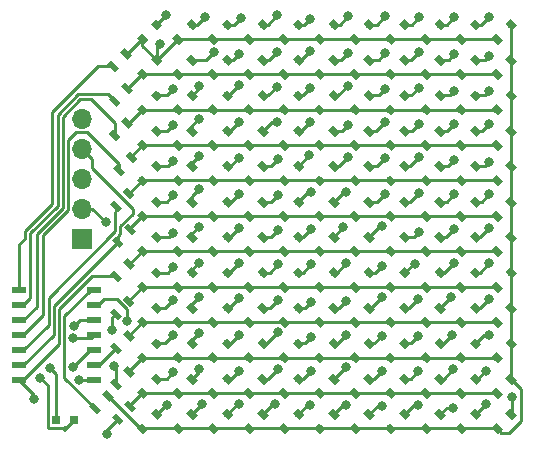
<source format=gtl>
G04 #@! TF.GenerationSoftware,KiCad,Pcbnew,(5.1.2)-2*
G04 #@! TF.CreationDate,2020-03-23T21:36:54-04:00*
G04 #@! TF.ProjectId,test_samd11,74657374-5f73-4616-9d64-31312e6b6963,rev?*
G04 #@! TF.SameCoordinates,Original*
G04 #@! TF.FileFunction,Copper,L1,Top*
G04 #@! TF.FilePolarity,Positive*
%FSLAX46Y46*%
G04 Gerber Fmt 4.6, Leading zero omitted, Abs format (unit mm)*
G04 Created by KiCad (PCBNEW (5.1.2)-2) date 2020-03-23 21:36:54*
%MOMM*%
%LPD*%
G04 APERTURE LIST*
%ADD10R,1.143000X0.508000*%
%ADD11R,0.800000X0.750000*%
%ADD12C,0.600000*%
%ADD13C,0.100000*%
%ADD14O,1.700000X1.700000*%
%ADD15R,1.700000X1.700000*%
%ADD16C,0.500000*%
%ADD17C,0.800000*%
%ADD18C,0.250000*%
G04 APERTURE END LIST*
D10*
X36626800Y-52628800D03*
X36626800Y-53898800D03*
X36626800Y-55168800D03*
X36626800Y-56438800D03*
X36626800Y-57708800D03*
X36626800Y-58978800D03*
X36626800Y-60248800D03*
X42976800Y-60248800D03*
X42976800Y-58978800D03*
X42976800Y-56438800D03*
X42976800Y-55168800D03*
X42976800Y-53898800D03*
X42976800Y-52628800D03*
X42976800Y-57708800D03*
D11*
X41237600Y-63601600D03*
X39737600Y-63601600D03*
D12*
X56035959Y-61339041D03*
D13*
G36*
X56106670Y-61834016D02*
G01*
X55540984Y-61268330D01*
X55965248Y-60844066D01*
X56530934Y-61409752D01*
X56106670Y-61834016D01*
X56106670Y-61834016D01*
G37*
D12*
X57238041Y-60136959D03*
D13*
G36*
X57308752Y-60631934D02*
G01*
X56743066Y-60066248D01*
X57167330Y-59641984D01*
X57733016Y-60207670D01*
X57308752Y-60631934D01*
X57308752Y-60631934D01*
G37*
D12*
X47035959Y-52339041D03*
D13*
G36*
X47106670Y-52834016D02*
G01*
X46540984Y-52268330D01*
X46965248Y-51844066D01*
X47530934Y-52409752D01*
X47106670Y-52834016D01*
X47106670Y-52834016D01*
G37*
D12*
X48238041Y-51136959D03*
D13*
G36*
X48308752Y-51631934D02*
G01*
X47743066Y-51066248D01*
X48167330Y-50641984D01*
X48733016Y-51207670D01*
X48308752Y-51631934D01*
X48308752Y-51631934D01*
G37*
D12*
X65035959Y-43339041D03*
D13*
G36*
X65106670Y-43834016D02*
G01*
X64540984Y-43268330D01*
X64965248Y-42844066D01*
X65530934Y-43409752D01*
X65106670Y-43834016D01*
X65106670Y-43834016D01*
G37*
D12*
X66238041Y-42136959D03*
D13*
G36*
X66308752Y-42631934D02*
G01*
X65743066Y-42066248D01*
X66167330Y-41641984D01*
X66733016Y-42207670D01*
X66308752Y-42631934D01*
X66308752Y-42631934D01*
G37*
D12*
X62035959Y-43339041D03*
D13*
G36*
X62106670Y-43834016D02*
G01*
X61540984Y-43268330D01*
X61965248Y-42844066D01*
X62530934Y-43409752D01*
X62106670Y-43834016D01*
X62106670Y-43834016D01*
G37*
D12*
X63238041Y-42136959D03*
D13*
G36*
X63308752Y-42631934D02*
G01*
X62743066Y-42066248D01*
X63167330Y-41641984D01*
X63733016Y-42207670D01*
X63308752Y-42631934D01*
X63308752Y-42631934D01*
G37*
D12*
X77035959Y-64339041D03*
D13*
G36*
X77106670Y-64834016D02*
G01*
X76540984Y-64268330D01*
X76965248Y-63844066D01*
X77530934Y-64409752D01*
X77106670Y-64834016D01*
X77106670Y-64834016D01*
G37*
D12*
X78238041Y-63136959D03*
D13*
G36*
X78308752Y-63631934D02*
G01*
X77743066Y-63066248D01*
X78167330Y-62641984D01*
X78733016Y-63207670D01*
X78308752Y-63631934D01*
X78308752Y-63631934D01*
G37*
D12*
X74035959Y-64339041D03*
D13*
G36*
X74106670Y-64834016D02*
G01*
X73540984Y-64268330D01*
X73965248Y-63844066D01*
X74530934Y-64409752D01*
X74106670Y-64834016D01*
X74106670Y-64834016D01*
G37*
D12*
X75238041Y-63136959D03*
D13*
G36*
X75308752Y-63631934D02*
G01*
X74743066Y-63066248D01*
X75167330Y-62641984D01*
X75733016Y-63207670D01*
X75308752Y-63631934D01*
X75308752Y-63631934D01*
G37*
D12*
X71035959Y-64339041D03*
D13*
G36*
X71106670Y-64834016D02*
G01*
X70540984Y-64268330D01*
X70965248Y-63844066D01*
X71530934Y-64409752D01*
X71106670Y-64834016D01*
X71106670Y-64834016D01*
G37*
D12*
X72238041Y-63136959D03*
D13*
G36*
X72308752Y-63631934D02*
G01*
X71743066Y-63066248D01*
X72167330Y-62641984D01*
X72733016Y-63207670D01*
X72308752Y-63631934D01*
X72308752Y-63631934D01*
G37*
D12*
X68035959Y-64339041D03*
D13*
G36*
X68106670Y-64834016D02*
G01*
X67540984Y-64268330D01*
X67965248Y-63844066D01*
X68530934Y-64409752D01*
X68106670Y-64834016D01*
X68106670Y-64834016D01*
G37*
D12*
X69238041Y-63136959D03*
D13*
G36*
X69308752Y-63631934D02*
G01*
X68743066Y-63066248D01*
X69167330Y-62641984D01*
X69733016Y-63207670D01*
X69308752Y-63631934D01*
X69308752Y-63631934D01*
G37*
D12*
X65035959Y-64339041D03*
D13*
G36*
X65106670Y-64834016D02*
G01*
X64540984Y-64268330D01*
X64965248Y-63844066D01*
X65530934Y-64409752D01*
X65106670Y-64834016D01*
X65106670Y-64834016D01*
G37*
D12*
X66238041Y-63136959D03*
D13*
G36*
X66308752Y-63631934D02*
G01*
X65743066Y-63066248D01*
X66167330Y-62641984D01*
X66733016Y-63207670D01*
X66308752Y-63631934D01*
X66308752Y-63631934D01*
G37*
D12*
X62035959Y-64339041D03*
D13*
G36*
X62106670Y-64834016D02*
G01*
X61540984Y-64268330D01*
X61965248Y-63844066D01*
X62530934Y-64409752D01*
X62106670Y-64834016D01*
X62106670Y-64834016D01*
G37*
D12*
X63238041Y-63136959D03*
D13*
G36*
X63308752Y-63631934D02*
G01*
X62743066Y-63066248D01*
X63167330Y-62641984D01*
X63733016Y-63207670D01*
X63308752Y-63631934D01*
X63308752Y-63631934D01*
G37*
D12*
X59035959Y-64339041D03*
D13*
G36*
X59106670Y-64834016D02*
G01*
X58540984Y-64268330D01*
X58965248Y-63844066D01*
X59530934Y-64409752D01*
X59106670Y-64834016D01*
X59106670Y-64834016D01*
G37*
D12*
X60238041Y-63136959D03*
D13*
G36*
X60308752Y-63631934D02*
G01*
X59743066Y-63066248D01*
X60167330Y-62641984D01*
X60733016Y-63207670D01*
X60308752Y-63631934D01*
X60308752Y-63631934D01*
G37*
D12*
X56035959Y-64339041D03*
D13*
G36*
X56106670Y-64834016D02*
G01*
X55540984Y-64268330D01*
X55965248Y-63844066D01*
X56530934Y-64409752D01*
X56106670Y-64834016D01*
X56106670Y-64834016D01*
G37*
D12*
X57238041Y-63136959D03*
D13*
G36*
X57308752Y-63631934D02*
G01*
X56743066Y-63066248D01*
X57167330Y-62641984D01*
X57733016Y-63207670D01*
X57308752Y-63631934D01*
X57308752Y-63631934D01*
G37*
D12*
X53035959Y-64339041D03*
D13*
G36*
X53106670Y-64834016D02*
G01*
X52540984Y-64268330D01*
X52965248Y-63844066D01*
X53530934Y-64409752D01*
X53106670Y-64834016D01*
X53106670Y-64834016D01*
G37*
D12*
X54238041Y-63136959D03*
D13*
G36*
X54308752Y-63631934D02*
G01*
X53743066Y-63066248D01*
X54167330Y-62641984D01*
X54733016Y-63207670D01*
X54308752Y-63631934D01*
X54308752Y-63631934D01*
G37*
D12*
X50035959Y-64339041D03*
D13*
G36*
X50106670Y-64834016D02*
G01*
X49540984Y-64268330D01*
X49965248Y-63844066D01*
X50530934Y-64409752D01*
X50106670Y-64834016D01*
X50106670Y-64834016D01*
G37*
D12*
X51238041Y-63136959D03*
D13*
G36*
X51308752Y-63631934D02*
G01*
X50743066Y-63066248D01*
X51167330Y-62641984D01*
X51733016Y-63207670D01*
X51308752Y-63631934D01*
X51308752Y-63631934D01*
G37*
D12*
X47035959Y-64339041D03*
D13*
G36*
X47106670Y-64834016D02*
G01*
X46540984Y-64268330D01*
X46965248Y-63844066D01*
X47530934Y-64409752D01*
X47106670Y-64834016D01*
X47106670Y-64834016D01*
G37*
D12*
X48238041Y-63136959D03*
D13*
G36*
X48308752Y-63631934D02*
G01*
X47743066Y-63066248D01*
X48167330Y-62641984D01*
X48733016Y-63207670D01*
X48308752Y-63631934D01*
X48308752Y-63631934D01*
G37*
D12*
X77035959Y-61339041D03*
D13*
G36*
X77106670Y-61834016D02*
G01*
X76540984Y-61268330D01*
X76965248Y-60844066D01*
X77530934Y-61409752D01*
X77106670Y-61834016D01*
X77106670Y-61834016D01*
G37*
D12*
X78238041Y-60136959D03*
D13*
G36*
X78308752Y-60631934D02*
G01*
X77743066Y-60066248D01*
X78167330Y-59641984D01*
X78733016Y-60207670D01*
X78308752Y-60631934D01*
X78308752Y-60631934D01*
G37*
D12*
X74035959Y-61339041D03*
D13*
G36*
X74106670Y-61834016D02*
G01*
X73540984Y-61268330D01*
X73965248Y-60844066D01*
X74530934Y-61409752D01*
X74106670Y-61834016D01*
X74106670Y-61834016D01*
G37*
D12*
X75238041Y-60136959D03*
D13*
G36*
X75308752Y-60631934D02*
G01*
X74743066Y-60066248D01*
X75167330Y-59641984D01*
X75733016Y-60207670D01*
X75308752Y-60631934D01*
X75308752Y-60631934D01*
G37*
D12*
X71035959Y-61339041D03*
D13*
G36*
X71106670Y-61834016D02*
G01*
X70540984Y-61268330D01*
X70965248Y-60844066D01*
X71530934Y-61409752D01*
X71106670Y-61834016D01*
X71106670Y-61834016D01*
G37*
D12*
X72238041Y-60136959D03*
D13*
G36*
X72308752Y-60631934D02*
G01*
X71743066Y-60066248D01*
X72167330Y-59641984D01*
X72733016Y-60207670D01*
X72308752Y-60631934D01*
X72308752Y-60631934D01*
G37*
D12*
X68035959Y-61339041D03*
D13*
G36*
X68106670Y-61834016D02*
G01*
X67540984Y-61268330D01*
X67965248Y-60844066D01*
X68530934Y-61409752D01*
X68106670Y-61834016D01*
X68106670Y-61834016D01*
G37*
D12*
X69238041Y-60136959D03*
D13*
G36*
X69308752Y-60631934D02*
G01*
X68743066Y-60066248D01*
X69167330Y-59641984D01*
X69733016Y-60207670D01*
X69308752Y-60631934D01*
X69308752Y-60631934D01*
G37*
D12*
X65035959Y-61339041D03*
D13*
G36*
X65106670Y-61834016D02*
G01*
X64540984Y-61268330D01*
X64965248Y-60844066D01*
X65530934Y-61409752D01*
X65106670Y-61834016D01*
X65106670Y-61834016D01*
G37*
D12*
X66238041Y-60136959D03*
D13*
G36*
X66308752Y-60631934D02*
G01*
X65743066Y-60066248D01*
X66167330Y-59641984D01*
X66733016Y-60207670D01*
X66308752Y-60631934D01*
X66308752Y-60631934D01*
G37*
D12*
X62035959Y-61339041D03*
D13*
G36*
X62106670Y-61834016D02*
G01*
X61540984Y-61268330D01*
X61965248Y-60844066D01*
X62530934Y-61409752D01*
X62106670Y-61834016D01*
X62106670Y-61834016D01*
G37*
D12*
X63238041Y-60136959D03*
D13*
G36*
X63308752Y-60631934D02*
G01*
X62743066Y-60066248D01*
X63167330Y-59641984D01*
X63733016Y-60207670D01*
X63308752Y-60631934D01*
X63308752Y-60631934D01*
G37*
D12*
X59035959Y-61339041D03*
D13*
G36*
X59106670Y-61834016D02*
G01*
X58540984Y-61268330D01*
X58965248Y-60844066D01*
X59530934Y-61409752D01*
X59106670Y-61834016D01*
X59106670Y-61834016D01*
G37*
D12*
X60238041Y-60136959D03*
D13*
G36*
X60308752Y-60631934D02*
G01*
X59743066Y-60066248D01*
X60167330Y-59641984D01*
X60733016Y-60207670D01*
X60308752Y-60631934D01*
X60308752Y-60631934D01*
G37*
D12*
X53035959Y-61339041D03*
D13*
G36*
X53106670Y-61834016D02*
G01*
X52540984Y-61268330D01*
X52965248Y-60844066D01*
X53530934Y-61409752D01*
X53106670Y-61834016D01*
X53106670Y-61834016D01*
G37*
D12*
X54238041Y-60136959D03*
D13*
G36*
X54308752Y-60631934D02*
G01*
X53743066Y-60066248D01*
X54167330Y-59641984D01*
X54733016Y-60207670D01*
X54308752Y-60631934D01*
X54308752Y-60631934D01*
G37*
D12*
X50035959Y-61339041D03*
D13*
G36*
X50106670Y-61834016D02*
G01*
X49540984Y-61268330D01*
X49965248Y-60844066D01*
X50530934Y-61409752D01*
X50106670Y-61834016D01*
X50106670Y-61834016D01*
G37*
D12*
X51238041Y-60136959D03*
D13*
G36*
X51308752Y-60631934D02*
G01*
X50743066Y-60066248D01*
X51167330Y-59641984D01*
X51733016Y-60207670D01*
X51308752Y-60631934D01*
X51308752Y-60631934D01*
G37*
D12*
X47035959Y-61339041D03*
D13*
G36*
X47106670Y-61834016D02*
G01*
X46540984Y-61268330D01*
X46965248Y-60844066D01*
X47530934Y-61409752D01*
X47106670Y-61834016D01*
X47106670Y-61834016D01*
G37*
D12*
X48238041Y-60136959D03*
D13*
G36*
X48308752Y-60631934D02*
G01*
X47743066Y-60066248D01*
X48167330Y-59641984D01*
X48733016Y-60207670D01*
X48308752Y-60631934D01*
X48308752Y-60631934D01*
G37*
D12*
X77035959Y-58339041D03*
D13*
G36*
X77106670Y-58834016D02*
G01*
X76540984Y-58268330D01*
X76965248Y-57844066D01*
X77530934Y-58409752D01*
X77106670Y-58834016D01*
X77106670Y-58834016D01*
G37*
D12*
X78238041Y-57136959D03*
D13*
G36*
X78308752Y-57631934D02*
G01*
X77743066Y-57066248D01*
X78167330Y-56641984D01*
X78733016Y-57207670D01*
X78308752Y-57631934D01*
X78308752Y-57631934D01*
G37*
D12*
X74035959Y-58339041D03*
D13*
G36*
X74106670Y-58834016D02*
G01*
X73540984Y-58268330D01*
X73965248Y-57844066D01*
X74530934Y-58409752D01*
X74106670Y-58834016D01*
X74106670Y-58834016D01*
G37*
D12*
X75238041Y-57136959D03*
D13*
G36*
X75308752Y-57631934D02*
G01*
X74743066Y-57066248D01*
X75167330Y-56641984D01*
X75733016Y-57207670D01*
X75308752Y-57631934D01*
X75308752Y-57631934D01*
G37*
D12*
X71035959Y-58339041D03*
D13*
G36*
X71106670Y-58834016D02*
G01*
X70540984Y-58268330D01*
X70965248Y-57844066D01*
X71530934Y-58409752D01*
X71106670Y-58834016D01*
X71106670Y-58834016D01*
G37*
D12*
X72238041Y-57136959D03*
D13*
G36*
X72308752Y-57631934D02*
G01*
X71743066Y-57066248D01*
X72167330Y-56641984D01*
X72733016Y-57207670D01*
X72308752Y-57631934D01*
X72308752Y-57631934D01*
G37*
D12*
X68035959Y-58339041D03*
D13*
G36*
X68106670Y-58834016D02*
G01*
X67540984Y-58268330D01*
X67965248Y-57844066D01*
X68530934Y-58409752D01*
X68106670Y-58834016D01*
X68106670Y-58834016D01*
G37*
D12*
X69238041Y-57136959D03*
D13*
G36*
X69308752Y-57631934D02*
G01*
X68743066Y-57066248D01*
X69167330Y-56641984D01*
X69733016Y-57207670D01*
X69308752Y-57631934D01*
X69308752Y-57631934D01*
G37*
D12*
X65035959Y-58339041D03*
D13*
G36*
X65106670Y-58834016D02*
G01*
X64540984Y-58268330D01*
X64965248Y-57844066D01*
X65530934Y-58409752D01*
X65106670Y-58834016D01*
X65106670Y-58834016D01*
G37*
D12*
X66238041Y-57136959D03*
D13*
G36*
X66308752Y-57631934D02*
G01*
X65743066Y-57066248D01*
X66167330Y-56641984D01*
X66733016Y-57207670D01*
X66308752Y-57631934D01*
X66308752Y-57631934D01*
G37*
D12*
X62035959Y-58339041D03*
D13*
G36*
X62106670Y-58834016D02*
G01*
X61540984Y-58268330D01*
X61965248Y-57844066D01*
X62530934Y-58409752D01*
X62106670Y-58834016D01*
X62106670Y-58834016D01*
G37*
D12*
X63238041Y-57136959D03*
D13*
G36*
X63308752Y-57631934D02*
G01*
X62743066Y-57066248D01*
X63167330Y-56641984D01*
X63733016Y-57207670D01*
X63308752Y-57631934D01*
X63308752Y-57631934D01*
G37*
D12*
X59035959Y-58339041D03*
D13*
G36*
X59106670Y-58834016D02*
G01*
X58540984Y-58268330D01*
X58965248Y-57844066D01*
X59530934Y-58409752D01*
X59106670Y-58834016D01*
X59106670Y-58834016D01*
G37*
D12*
X60238041Y-57136959D03*
D13*
G36*
X60308752Y-57631934D02*
G01*
X59743066Y-57066248D01*
X60167330Y-56641984D01*
X60733016Y-57207670D01*
X60308752Y-57631934D01*
X60308752Y-57631934D01*
G37*
D12*
X56035959Y-58339041D03*
D13*
G36*
X56106670Y-58834016D02*
G01*
X55540984Y-58268330D01*
X55965248Y-57844066D01*
X56530934Y-58409752D01*
X56106670Y-58834016D01*
X56106670Y-58834016D01*
G37*
D12*
X57238041Y-57136959D03*
D13*
G36*
X57308752Y-57631934D02*
G01*
X56743066Y-57066248D01*
X57167330Y-56641984D01*
X57733016Y-57207670D01*
X57308752Y-57631934D01*
X57308752Y-57631934D01*
G37*
D12*
X53035959Y-58339041D03*
D13*
G36*
X53106670Y-58834016D02*
G01*
X52540984Y-58268330D01*
X52965248Y-57844066D01*
X53530934Y-58409752D01*
X53106670Y-58834016D01*
X53106670Y-58834016D01*
G37*
D12*
X54238041Y-57136959D03*
D13*
G36*
X54308752Y-57631934D02*
G01*
X53743066Y-57066248D01*
X54167330Y-56641984D01*
X54733016Y-57207670D01*
X54308752Y-57631934D01*
X54308752Y-57631934D01*
G37*
D12*
X50035959Y-58339041D03*
D13*
G36*
X50106670Y-58834016D02*
G01*
X49540984Y-58268330D01*
X49965248Y-57844066D01*
X50530934Y-58409752D01*
X50106670Y-58834016D01*
X50106670Y-58834016D01*
G37*
D12*
X51238041Y-57136959D03*
D13*
G36*
X51308752Y-57631934D02*
G01*
X50743066Y-57066248D01*
X51167330Y-56641984D01*
X51733016Y-57207670D01*
X51308752Y-57631934D01*
X51308752Y-57631934D01*
G37*
D12*
X47035959Y-58339041D03*
D13*
G36*
X47106670Y-58834016D02*
G01*
X46540984Y-58268330D01*
X46965248Y-57844066D01*
X47530934Y-58409752D01*
X47106670Y-58834016D01*
X47106670Y-58834016D01*
G37*
D12*
X48238041Y-57136959D03*
D13*
G36*
X48308752Y-57631934D02*
G01*
X47743066Y-57066248D01*
X48167330Y-56641984D01*
X48733016Y-57207670D01*
X48308752Y-57631934D01*
X48308752Y-57631934D01*
G37*
D12*
X77035959Y-55339041D03*
D13*
G36*
X77106670Y-55834016D02*
G01*
X76540984Y-55268330D01*
X76965248Y-54844066D01*
X77530934Y-55409752D01*
X77106670Y-55834016D01*
X77106670Y-55834016D01*
G37*
D12*
X78238041Y-54136959D03*
D13*
G36*
X78308752Y-54631934D02*
G01*
X77743066Y-54066248D01*
X78167330Y-53641984D01*
X78733016Y-54207670D01*
X78308752Y-54631934D01*
X78308752Y-54631934D01*
G37*
D12*
X74035959Y-55339041D03*
D13*
G36*
X74106670Y-55834016D02*
G01*
X73540984Y-55268330D01*
X73965248Y-54844066D01*
X74530934Y-55409752D01*
X74106670Y-55834016D01*
X74106670Y-55834016D01*
G37*
D12*
X75238041Y-54136959D03*
D13*
G36*
X75308752Y-54631934D02*
G01*
X74743066Y-54066248D01*
X75167330Y-53641984D01*
X75733016Y-54207670D01*
X75308752Y-54631934D01*
X75308752Y-54631934D01*
G37*
D12*
X71035959Y-55339041D03*
D13*
G36*
X71106670Y-55834016D02*
G01*
X70540984Y-55268330D01*
X70965248Y-54844066D01*
X71530934Y-55409752D01*
X71106670Y-55834016D01*
X71106670Y-55834016D01*
G37*
D12*
X72238041Y-54136959D03*
D13*
G36*
X72308752Y-54631934D02*
G01*
X71743066Y-54066248D01*
X72167330Y-53641984D01*
X72733016Y-54207670D01*
X72308752Y-54631934D01*
X72308752Y-54631934D01*
G37*
D12*
X68035959Y-55339041D03*
D13*
G36*
X68106670Y-55834016D02*
G01*
X67540984Y-55268330D01*
X67965248Y-54844066D01*
X68530934Y-55409752D01*
X68106670Y-55834016D01*
X68106670Y-55834016D01*
G37*
D12*
X69238041Y-54136959D03*
D13*
G36*
X69308752Y-54631934D02*
G01*
X68743066Y-54066248D01*
X69167330Y-53641984D01*
X69733016Y-54207670D01*
X69308752Y-54631934D01*
X69308752Y-54631934D01*
G37*
D12*
X65035959Y-55339041D03*
D13*
G36*
X65106670Y-55834016D02*
G01*
X64540984Y-55268330D01*
X64965248Y-54844066D01*
X65530934Y-55409752D01*
X65106670Y-55834016D01*
X65106670Y-55834016D01*
G37*
D12*
X66238041Y-54136959D03*
D13*
G36*
X66308752Y-54631934D02*
G01*
X65743066Y-54066248D01*
X66167330Y-53641984D01*
X66733016Y-54207670D01*
X66308752Y-54631934D01*
X66308752Y-54631934D01*
G37*
D12*
X62035959Y-55339041D03*
D13*
G36*
X62106670Y-55834016D02*
G01*
X61540984Y-55268330D01*
X61965248Y-54844066D01*
X62530934Y-55409752D01*
X62106670Y-55834016D01*
X62106670Y-55834016D01*
G37*
D12*
X63238041Y-54136959D03*
D13*
G36*
X63308752Y-54631934D02*
G01*
X62743066Y-54066248D01*
X63167330Y-53641984D01*
X63733016Y-54207670D01*
X63308752Y-54631934D01*
X63308752Y-54631934D01*
G37*
D12*
X59035959Y-55339041D03*
D13*
G36*
X59106670Y-55834016D02*
G01*
X58540984Y-55268330D01*
X58965248Y-54844066D01*
X59530934Y-55409752D01*
X59106670Y-55834016D01*
X59106670Y-55834016D01*
G37*
D12*
X60238041Y-54136959D03*
D13*
G36*
X60308752Y-54631934D02*
G01*
X59743066Y-54066248D01*
X60167330Y-53641984D01*
X60733016Y-54207670D01*
X60308752Y-54631934D01*
X60308752Y-54631934D01*
G37*
D12*
X56035959Y-55339041D03*
D13*
G36*
X56106670Y-55834016D02*
G01*
X55540984Y-55268330D01*
X55965248Y-54844066D01*
X56530934Y-55409752D01*
X56106670Y-55834016D01*
X56106670Y-55834016D01*
G37*
D12*
X57238041Y-54136959D03*
D13*
G36*
X57308752Y-54631934D02*
G01*
X56743066Y-54066248D01*
X57167330Y-53641984D01*
X57733016Y-54207670D01*
X57308752Y-54631934D01*
X57308752Y-54631934D01*
G37*
D12*
X53035959Y-55339041D03*
D13*
G36*
X53106670Y-55834016D02*
G01*
X52540984Y-55268330D01*
X52965248Y-54844066D01*
X53530934Y-55409752D01*
X53106670Y-55834016D01*
X53106670Y-55834016D01*
G37*
D12*
X54238041Y-54136959D03*
D13*
G36*
X54308752Y-54631934D02*
G01*
X53743066Y-54066248D01*
X54167330Y-53641984D01*
X54733016Y-54207670D01*
X54308752Y-54631934D01*
X54308752Y-54631934D01*
G37*
D12*
X50035959Y-55339041D03*
D13*
G36*
X50106670Y-55834016D02*
G01*
X49540984Y-55268330D01*
X49965248Y-54844066D01*
X50530934Y-55409752D01*
X50106670Y-55834016D01*
X50106670Y-55834016D01*
G37*
D12*
X51238041Y-54136959D03*
D13*
G36*
X51308752Y-54631934D02*
G01*
X50743066Y-54066248D01*
X51167330Y-53641984D01*
X51733016Y-54207670D01*
X51308752Y-54631934D01*
X51308752Y-54631934D01*
G37*
D12*
X47035959Y-55339041D03*
D13*
G36*
X47106670Y-55834016D02*
G01*
X46540984Y-55268330D01*
X46965248Y-54844066D01*
X47530934Y-55409752D01*
X47106670Y-55834016D01*
X47106670Y-55834016D01*
G37*
D12*
X48238041Y-54136959D03*
D13*
G36*
X48308752Y-54631934D02*
G01*
X47743066Y-54066248D01*
X48167330Y-53641984D01*
X48733016Y-54207670D01*
X48308752Y-54631934D01*
X48308752Y-54631934D01*
G37*
D12*
X77035959Y-52339041D03*
D13*
G36*
X77106670Y-52834016D02*
G01*
X76540984Y-52268330D01*
X76965248Y-51844066D01*
X77530934Y-52409752D01*
X77106670Y-52834016D01*
X77106670Y-52834016D01*
G37*
D12*
X78238041Y-51136959D03*
D13*
G36*
X78308752Y-51631934D02*
G01*
X77743066Y-51066248D01*
X78167330Y-50641984D01*
X78733016Y-51207670D01*
X78308752Y-51631934D01*
X78308752Y-51631934D01*
G37*
D12*
X74035959Y-52339041D03*
D13*
G36*
X74106670Y-52834016D02*
G01*
X73540984Y-52268330D01*
X73965248Y-51844066D01*
X74530934Y-52409752D01*
X74106670Y-52834016D01*
X74106670Y-52834016D01*
G37*
D12*
X75238041Y-51136959D03*
D13*
G36*
X75308752Y-51631934D02*
G01*
X74743066Y-51066248D01*
X75167330Y-50641984D01*
X75733016Y-51207670D01*
X75308752Y-51631934D01*
X75308752Y-51631934D01*
G37*
D12*
X71035959Y-52339041D03*
D13*
G36*
X71106670Y-52834016D02*
G01*
X70540984Y-52268330D01*
X70965248Y-51844066D01*
X71530934Y-52409752D01*
X71106670Y-52834016D01*
X71106670Y-52834016D01*
G37*
D12*
X72238041Y-51136959D03*
D13*
G36*
X72308752Y-51631934D02*
G01*
X71743066Y-51066248D01*
X72167330Y-50641984D01*
X72733016Y-51207670D01*
X72308752Y-51631934D01*
X72308752Y-51631934D01*
G37*
D12*
X68035959Y-52339041D03*
D13*
G36*
X68106670Y-52834016D02*
G01*
X67540984Y-52268330D01*
X67965248Y-51844066D01*
X68530934Y-52409752D01*
X68106670Y-52834016D01*
X68106670Y-52834016D01*
G37*
D12*
X69238041Y-51136959D03*
D13*
G36*
X69308752Y-51631934D02*
G01*
X68743066Y-51066248D01*
X69167330Y-50641984D01*
X69733016Y-51207670D01*
X69308752Y-51631934D01*
X69308752Y-51631934D01*
G37*
D12*
X65035959Y-52339041D03*
D13*
G36*
X65106670Y-52834016D02*
G01*
X64540984Y-52268330D01*
X64965248Y-51844066D01*
X65530934Y-52409752D01*
X65106670Y-52834016D01*
X65106670Y-52834016D01*
G37*
D12*
X66238041Y-51136959D03*
D13*
G36*
X66308752Y-51631934D02*
G01*
X65743066Y-51066248D01*
X66167330Y-50641984D01*
X66733016Y-51207670D01*
X66308752Y-51631934D01*
X66308752Y-51631934D01*
G37*
D12*
X62035959Y-52339041D03*
D13*
G36*
X62106670Y-52834016D02*
G01*
X61540984Y-52268330D01*
X61965248Y-51844066D01*
X62530934Y-52409752D01*
X62106670Y-52834016D01*
X62106670Y-52834016D01*
G37*
D12*
X63238041Y-51136959D03*
D13*
G36*
X63308752Y-51631934D02*
G01*
X62743066Y-51066248D01*
X63167330Y-50641984D01*
X63733016Y-51207670D01*
X63308752Y-51631934D01*
X63308752Y-51631934D01*
G37*
D12*
X59035959Y-52339041D03*
D13*
G36*
X59106670Y-52834016D02*
G01*
X58540984Y-52268330D01*
X58965248Y-51844066D01*
X59530934Y-52409752D01*
X59106670Y-52834016D01*
X59106670Y-52834016D01*
G37*
D12*
X60238041Y-51136959D03*
D13*
G36*
X60308752Y-51631934D02*
G01*
X59743066Y-51066248D01*
X60167330Y-50641984D01*
X60733016Y-51207670D01*
X60308752Y-51631934D01*
X60308752Y-51631934D01*
G37*
D12*
X56035959Y-52339041D03*
D13*
G36*
X56106670Y-52834016D02*
G01*
X55540984Y-52268330D01*
X55965248Y-51844066D01*
X56530934Y-52409752D01*
X56106670Y-52834016D01*
X56106670Y-52834016D01*
G37*
D12*
X57238041Y-51136959D03*
D13*
G36*
X57308752Y-51631934D02*
G01*
X56743066Y-51066248D01*
X57167330Y-50641984D01*
X57733016Y-51207670D01*
X57308752Y-51631934D01*
X57308752Y-51631934D01*
G37*
D12*
X53035959Y-52339041D03*
D13*
G36*
X53106670Y-52834016D02*
G01*
X52540984Y-52268330D01*
X52965248Y-51844066D01*
X53530934Y-52409752D01*
X53106670Y-52834016D01*
X53106670Y-52834016D01*
G37*
D12*
X54238041Y-51136959D03*
D13*
G36*
X54308752Y-51631934D02*
G01*
X53743066Y-51066248D01*
X54167330Y-50641984D01*
X54733016Y-51207670D01*
X54308752Y-51631934D01*
X54308752Y-51631934D01*
G37*
D12*
X50035959Y-52339041D03*
D13*
G36*
X50106670Y-52834016D02*
G01*
X49540984Y-52268330D01*
X49965248Y-51844066D01*
X50530934Y-52409752D01*
X50106670Y-52834016D01*
X50106670Y-52834016D01*
G37*
D12*
X51238041Y-51136959D03*
D13*
G36*
X51308752Y-51631934D02*
G01*
X50743066Y-51066248D01*
X51167330Y-50641984D01*
X51733016Y-51207670D01*
X51308752Y-51631934D01*
X51308752Y-51631934D01*
G37*
D12*
X77035959Y-49339041D03*
D13*
G36*
X77106670Y-49834016D02*
G01*
X76540984Y-49268330D01*
X76965248Y-48844066D01*
X77530934Y-49409752D01*
X77106670Y-49834016D01*
X77106670Y-49834016D01*
G37*
D12*
X78238041Y-48136959D03*
D13*
G36*
X78308752Y-48631934D02*
G01*
X77743066Y-48066248D01*
X78167330Y-47641984D01*
X78733016Y-48207670D01*
X78308752Y-48631934D01*
X78308752Y-48631934D01*
G37*
D12*
X74035959Y-49339041D03*
D13*
G36*
X74106670Y-49834016D02*
G01*
X73540984Y-49268330D01*
X73965248Y-48844066D01*
X74530934Y-49409752D01*
X74106670Y-49834016D01*
X74106670Y-49834016D01*
G37*
D12*
X75238041Y-48136959D03*
D13*
G36*
X75308752Y-48631934D02*
G01*
X74743066Y-48066248D01*
X75167330Y-47641984D01*
X75733016Y-48207670D01*
X75308752Y-48631934D01*
X75308752Y-48631934D01*
G37*
D12*
X71035959Y-49339041D03*
D13*
G36*
X71106670Y-49834016D02*
G01*
X70540984Y-49268330D01*
X70965248Y-48844066D01*
X71530934Y-49409752D01*
X71106670Y-49834016D01*
X71106670Y-49834016D01*
G37*
D12*
X72238041Y-48136959D03*
D13*
G36*
X72308752Y-48631934D02*
G01*
X71743066Y-48066248D01*
X72167330Y-47641984D01*
X72733016Y-48207670D01*
X72308752Y-48631934D01*
X72308752Y-48631934D01*
G37*
D12*
X68035959Y-49339041D03*
D13*
G36*
X68106670Y-49834016D02*
G01*
X67540984Y-49268330D01*
X67965248Y-48844066D01*
X68530934Y-49409752D01*
X68106670Y-49834016D01*
X68106670Y-49834016D01*
G37*
D12*
X69238041Y-48136959D03*
D13*
G36*
X69308752Y-48631934D02*
G01*
X68743066Y-48066248D01*
X69167330Y-47641984D01*
X69733016Y-48207670D01*
X69308752Y-48631934D01*
X69308752Y-48631934D01*
G37*
D12*
X65035959Y-49339041D03*
D13*
G36*
X65106670Y-49834016D02*
G01*
X64540984Y-49268330D01*
X64965248Y-48844066D01*
X65530934Y-49409752D01*
X65106670Y-49834016D01*
X65106670Y-49834016D01*
G37*
D12*
X66238041Y-48136959D03*
D13*
G36*
X66308752Y-48631934D02*
G01*
X65743066Y-48066248D01*
X66167330Y-47641984D01*
X66733016Y-48207670D01*
X66308752Y-48631934D01*
X66308752Y-48631934D01*
G37*
D12*
X62035959Y-49339041D03*
D13*
G36*
X62106670Y-49834016D02*
G01*
X61540984Y-49268330D01*
X61965248Y-48844066D01*
X62530934Y-49409752D01*
X62106670Y-49834016D01*
X62106670Y-49834016D01*
G37*
D12*
X63238041Y-48136959D03*
D13*
G36*
X63308752Y-48631934D02*
G01*
X62743066Y-48066248D01*
X63167330Y-47641984D01*
X63733016Y-48207670D01*
X63308752Y-48631934D01*
X63308752Y-48631934D01*
G37*
D12*
X59035959Y-49339041D03*
D13*
G36*
X59106670Y-49834016D02*
G01*
X58540984Y-49268330D01*
X58965248Y-48844066D01*
X59530934Y-49409752D01*
X59106670Y-49834016D01*
X59106670Y-49834016D01*
G37*
D12*
X60238041Y-48136959D03*
D13*
G36*
X60308752Y-48631934D02*
G01*
X59743066Y-48066248D01*
X60167330Y-47641984D01*
X60733016Y-48207670D01*
X60308752Y-48631934D01*
X60308752Y-48631934D01*
G37*
D12*
X56035959Y-49339041D03*
D13*
G36*
X56106670Y-49834016D02*
G01*
X55540984Y-49268330D01*
X55965248Y-48844066D01*
X56530934Y-49409752D01*
X56106670Y-49834016D01*
X56106670Y-49834016D01*
G37*
D12*
X57238041Y-48136959D03*
D13*
G36*
X57308752Y-48631934D02*
G01*
X56743066Y-48066248D01*
X57167330Y-47641984D01*
X57733016Y-48207670D01*
X57308752Y-48631934D01*
X57308752Y-48631934D01*
G37*
D12*
X53035959Y-49339041D03*
D13*
G36*
X53106670Y-49834016D02*
G01*
X52540984Y-49268330D01*
X52965248Y-48844066D01*
X53530934Y-49409752D01*
X53106670Y-49834016D01*
X53106670Y-49834016D01*
G37*
D12*
X54238041Y-48136959D03*
D13*
G36*
X54308752Y-48631934D02*
G01*
X53743066Y-48066248D01*
X54167330Y-47641984D01*
X54733016Y-48207670D01*
X54308752Y-48631934D01*
X54308752Y-48631934D01*
G37*
D12*
X50035959Y-49339041D03*
D13*
G36*
X50106670Y-49834016D02*
G01*
X49540984Y-49268330D01*
X49965248Y-48844066D01*
X50530934Y-49409752D01*
X50106670Y-49834016D01*
X50106670Y-49834016D01*
G37*
D12*
X51238041Y-48136959D03*
D13*
G36*
X51308752Y-48631934D02*
G01*
X50743066Y-48066248D01*
X51167330Y-47641984D01*
X51733016Y-48207670D01*
X51308752Y-48631934D01*
X51308752Y-48631934D01*
G37*
D12*
X47035959Y-49339041D03*
D13*
G36*
X47106670Y-49834016D02*
G01*
X46540984Y-49268330D01*
X46965248Y-48844066D01*
X47530934Y-49409752D01*
X47106670Y-49834016D01*
X47106670Y-49834016D01*
G37*
D12*
X48238041Y-48136959D03*
D13*
G36*
X48308752Y-48631934D02*
G01*
X47743066Y-48066248D01*
X48167330Y-47641984D01*
X48733016Y-48207670D01*
X48308752Y-48631934D01*
X48308752Y-48631934D01*
G37*
D12*
X77035959Y-46339041D03*
D13*
G36*
X77106670Y-46834016D02*
G01*
X76540984Y-46268330D01*
X76965248Y-45844066D01*
X77530934Y-46409752D01*
X77106670Y-46834016D01*
X77106670Y-46834016D01*
G37*
D12*
X78238041Y-45136959D03*
D13*
G36*
X78308752Y-45631934D02*
G01*
X77743066Y-45066248D01*
X78167330Y-44641984D01*
X78733016Y-45207670D01*
X78308752Y-45631934D01*
X78308752Y-45631934D01*
G37*
D12*
X74035959Y-46339041D03*
D13*
G36*
X74106670Y-46834016D02*
G01*
X73540984Y-46268330D01*
X73965248Y-45844066D01*
X74530934Y-46409752D01*
X74106670Y-46834016D01*
X74106670Y-46834016D01*
G37*
D12*
X75238041Y-45136959D03*
D13*
G36*
X75308752Y-45631934D02*
G01*
X74743066Y-45066248D01*
X75167330Y-44641984D01*
X75733016Y-45207670D01*
X75308752Y-45631934D01*
X75308752Y-45631934D01*
G37*
D12*
X71035959Y-46339041D03*
D13*
G36*
X71106670Y-46834016D02*
G01*
X70540984Y-46268330D01*
X70965248Y-45844066D01*
X71530934Y-46409752D01*
X71106670Y-46834016D01*
X71106670Y-46834016D01*
G37*
D12*
X72238041Y-45136959D03*
D13*
G36*
X72308752Y-45631934D02*
G01*
X71743066Y-45066248D01*
X72167330Y-44641984D01*
X72733016Y-45207670D01*
X72308752Y-45631934D01*
X72308752Y-45631934D01*
G37*
D12*
X68035959Y-46339041D03*
D13*
G36*
X68106670Y-46834016D02*
G01*
X67540984Y-46268330D01*
X67965248Y-45844066D01*
X68530934Y-46409752D01*
X68106670Y-46834016D01*
X68106670Y-46834016D01*
G37*
D12*
X69238041Y-45136959D03*
D13*
G36*
X69308752Y-45631934D02*
G01*
X68743066Y-45066248D01*
X69167330Y-44641984D01*
X69733016Y-45207670D01*
X69308752Y-45631934D01*
X69308752Y-45631934D01*
G37*
D12*
X65035959Y-46339041D03*
D13*
G36*
X65106670Y-46834016D02*
G01*
X64540984Y-46268330D01*
X64965248Y-45844066D01*
X65530934Y-46409752D01*
X65106670Y-46834016D01*
X65106670Y-46834016D01*
G37*
D12*
X66238041Y-45136959D03*
D13*
G36*
X66308752Y-45631934D02*
G01*
X65743066Y-45066248D01*
X66167330Y-44641984D01*
X66733016Y-45207670D01*
X66308752Y-45631934D01*
X66308752Y-45631934D01*
G37*
D12*
X62035959Y-46339041D03*
D13*
G36*
X62106670Y-46834016D02*
G01*
X61540984Y-46268330D01*
X61965248Y-45844066D01*
X62530934Y-46409752D01*
X62106670Y-46834016D01*
X62106670Y-46834016D01*
G37*
D12*
X63238041Y-45136959D03*
D13*
G36*
X63308752Y-45631934D02*
G01*
X62743066Y-45066248D01*
X63167330Y-44641984D01*
X63733016Y-45207670D01*
X63308752Y-45631934D01*
X63308752Y-45631934D01*
G37*
D12*
X59035959Y-46339041D03*
D13*
G36*
X59106670Y-46834016D02*
G01*
X58540984Y-46268330D01*
X58965248Y-45844066D01*
X59530934Y-46409752D01*
X59106670Y-46834016D01*
X59106670Y-46834016D01*
G37*
D12*
X60238041Y-45136959D03*
D13*
G36*
X60308752Y-45631934D02*
G01*
X59743066Y-45066248D01*
X60167330Y-44641984D01*
X60733016Y-45207670D01*
X60308752Y-45631934D01*
X60308752Y-45631934D01*
G37*
D12*
X56035959Y-46339041D03*
D13*
G36*
X56106670Y-46834016D02*
G01*
X55540984Y-46268330D01*
X55965248Y-45844066D01*
X56530934Y-46409752D01*
X56106670Y-46834016D01*
X56106670Y-46834016D01*
G37*
D12*
X57238041Y-45136959D03*
D13*
G36*
X57308752Y-45631934D02*
G01*
X56743066Y-45066248D01*
X57167330Y-44641984D01*
X57733016Y-45207670D01*
X57308752Y-45631934D01*
X57308752Y-45631934D01*
G37*
D12*
X53035959Y-46339041D03*
D13*
G36*
X53106670Y-46834016D02*
G01*
X52540984Y-46268330D01*
X52965248Y-45844066D01*
X53530934Y-46409752D01*
X53106670Y-46834016D01*
X53106670Y-46834016D01*
G37*
D12*
X54238041Y-45136959D03*
D13*
G36*
X54308752Y-45631934D02*
G01*
X53743066Y-45066248D01*
X54167330Y-44641984D01*
X54733016Y-45207670D01*
X54308752Y-45631934D01*
X54308752Y-45631934D01*
G37*
D12*
X50035959Y-46339041D03*
D13*
G36*
X50106670Y-46834016D02*
G01*
X49540984Y-46268330D01*
X49965248Y-45844066D01*
X50530934Y-46409752D01*
X50106670Y-46834016D01*
X50106670Y-46834016D01*
G37*
D12*
X51238041Y-45136959D03*
D13*
G36*
X51308752Y-45631934D02*
G01*
X50743066Y-45066248D01*
X51167330Y-44641984D01*
X51733016Y-45207670D01*
X51308752Y-45631934D01*
X51308752Y-45631934D01*
G37*
D12*
X47035959Y-46339041D03*
D13*
G36*
X47106670Y-46834016D02*
G01*
X46540984Y-46268330D01*
X46965248Y-45844066D01*
X47530934Y-46409752D01*
X47106670Y-46834016D01*
X47106670Y-46834016D01*
G37*
D12*
X48238041Y-45136959D03*
D13*
G36*
X48308752Y-45631934D02*
G01*
X47743066Y-45066248D01*
X48167330Y-44641984D01*
X48733016Y-45207670D01*
X48308752Y-45631934D01*
X48308752Y-45631934D01*
G37*
D12*
X77035959Y-43339041D03*
D13*
G36*
X77106670Y-43834016D02*
G01*
X76540984Y-43268330D01*
X76965248Y-42844066D01*
X77530934Y-43409752D01*
X77106670Y-43834016D01*
X77106670Y-43834016D01*
G37*
D12*
X78238041Y-42136959D03*
D13*
G36*
X78308752Y-42631934D02*
G01*
X77743066Y-42066248D01*
X78167330Y-41641984D01*
X78733016Y-42207670D01*
X78308752Y-42631934D01*
X78308752Y-42631934D01*
G37*
D12*
X74035959Y-43339041D03*
D13*
G36*
X74106670Y-43834016D02*
G01*
X73540984Y-43268330D01*
X73965248Y-42844066D01*
X74530934Y-43409752D01*
X74106670Y-43834016D01*
X74106670Y-43834016D01*
G37*
D12*
X75238041Y-42136959D03*
D13*
G36*
X75308752Y-42631934D02*
G01*
X74743066Y-42066248D01*
X75167330Y-41641984D01*
X75733016Y-42207670D01*
X75308752Y-42631934D01*
X75308752Y-42631934D01*
G37*
D12*
X71035959Y-43339041D03*
D13*
G36*
X71106670Y-43834016D02*
G01*
X70540984Y-43268330D01*
X70965248Y-42844066D01*
X71530934Y-43409752D01*
X71106670Y-43834016D01*
X71106670Y-43834016D01*
G37*
D12*
X72238041Y-42136959D03*
D13*
G36*
X72308752Y-42631934D02*
G01*
X71743066Y-42066248D01*
X72167330Y-41641984D01*
X72733016Y-42207670D01*
X72308752Y-42631934D01*
X72308752Y-42631934D01*
G37*
D12*
X68035959Y-43339041D03*
D13*
G36*
X68106670Y-43834016D02*
G01*
X67540984Y-43268330D01*
X67965248Y-42844066D01*
X68530934Y-43409752D01*
X68106670Y-43834016D01*
X68106670Y-43834016D01*
G37*
D12*
X69238041Y-42136959D03*
D13*
G36*
X69308752Y-42631934D02*
G01*
X68743066Y-42066248D01*
X69167330Y-41641984D01*
X69733016Y-42207670D01*
X69308752Y-42631934D01*
X69308752Y-42631934D01*
G37*
D12*
X59035959Y-43339041D03*
D13*
G36*
X59106670Y-43834016D02*
G01*
X58540984Y-43268330D01*
X58965248Y-42844066D01*
X59530934Y-43409752D01*
X59106670Y-43834016D01*
X59106670Y-43834016D01*
G37*
D12*
X60238041Y-42136959D03*
D13*
G36*
X60308752Y-42631934D02*
G01*
X59743066Y-42066248D01*
X60167330Y-41641984D01*
X60733016Y-42207670D01*
X60308752Y-42631934D01*
X60308752Y-42631934D01*
G37*
D12*
X56035959Y-43339041D03*
D13*
G36*
X56106670Y-43834016D02*
G01*
X55540984Y-43268330D01*
X55965248Y-42844066D01*
X56530934Y-43409752D01*
X56106670Y-43834016D01*
X56106670Y-43834016D01*
G37*
D12*
X57238041Y-42136959D03*
D13*
G36*
X57308752Y-42631934D02*
G01*
X56743066Y-42066248D01*
X57167330Y-41641984D01*
X57733016Y-42207670D01*
X57308752Y-42631934D01*
X57308752Y-42631934D01*
G37*
D12*
X53035959Y-43339041D03*
D13*
G36*
X53106670Y-43834016D02*
G01*
X52540984Y-43268330D01*
X52965248Y-42844066D01*
X53530934Y-43409752D01*
X53106670Y-43834016D01*
X53106670Y-43834016D01*
G37*
D12*
X54238041Y-42136959D03*
D13*
G36*
X54308752Y-42631934D02*
G01*
X53743066Y-42066248D01*
X54167330Y-41641984D01*
X54733016Y-42207670D01*
X54308752Y-42631934D01*
X54308752Y-42631934D01*
G37*
D12*
X50035959Y-43339041D03*
D13*
G36*
X50106670Y-43834016D02*
G01*
X49540984Y-43268330D01*
X49965248Y-42844066D01*
X50530934Y-43409752D01*
X50106670Y-43834016D01*
X50106670Y-43834016D01*
G37*
D12*
X51238041Y-42136959D03*
D13*
G36*
X51308752Y-42631934D02*
G01*
X50743066Y-42066248D01*
X51167330Y-41641984D01*
X51733016Y-42207670D01*
X51308752Y-42631934D01*
X51308752Y-42631934D01*
G37*
D12*
X47035959Y-43339041D03*
D13*
G36*
X47106670Y-43834016D02*
G01*
X46540984Y-43268330D01*
X46965248Y-42844066D01*
X47530934Y-43409752D01*
X47106670Y-43834016D01*
X47106670Y-43834016D01*
G37*
D12*
X48238041Y-42136959D03*
D13*
G36*
X48308752Y-42631934D02*
G01*
X47743066Y-42066248D01*
X48167330Y-41641984D01*
X48733016Y-42207670D01*
X48308752Y-42631934D01*
X48308752Y-42631934D01*
G37*
D12*
X77035959Y-40339041D03*
D13*
G36*
X77106670Y-40834016D02*
G01*
X76540984Y-40268330D01*
X76965248Y-39844066D01*
X77530934Y-40409752D01*
X77106670Y-40834016D01*
X77106670Y-40834016D01*
G37*
D12*
X78238041Y-39136959D03*
D13*
G36*
X78308752Y-39631934D02*
G01*
X77743066Y-39066248D01*
X78167330Y-38641984D01*
X78733016Y-39207670D01*
X78308752Y-39631934D01*
X78308752Y-39631934D01*
G37*
D12*
X74035959Y-40339041D03*
D13*
G36*
X74106670Y-40834016D02*
G01*
X73540984Y-40268330D01*
X73965248Y-39844066D01*
X74530934Y-40409752D01*
X74106670Y-40834016D01*
X74106670Y-40834016D01*
G37*
D12*
X75238041Y-39136959D03*
D13*
G36*
X75308752Y-39631934D02*
G01*
X74743066Y-39066248D01*
X75167330Y-38641984D01*
X75733016Y-39207670D01*
X75308752Y-39631934D01*
X75308752Y-39631934D01*
G37*
D12*
X71035959Y-40339041D03*
D13*
G36*
X71106670Y-40834016D02*
G01*
X70540984Y-40268330D01*
X70965248Y-39844066D01*
X71530934Y-40409752D01*
X71106670Y-40834016D01*
X71106670Y-40834016D01*
G37*
D12*
X72238041Y-39136959D03*
D13*
G36*
X72308752Y-39631934D02*
G01*
X71743066Y-39066248D01*
X72167330Y-38641984D01*
X72733016Y-39207670D01*
X72308752Y-39631934D01*
X72308752Y-39631934D01*
G37*
D12*
X68035959Y-40339041D03*
D13*
G36*
X68106670Y-40834016D02*
G01*
X67540984Y-40268330D01*
X67965248Y-39844066D01*
X68530934Y-40409752D01*
X68106670Y-40834016D01*
X68106670Y-40834016D01*
G37*
D12*
X69238041Y-39136959D03*
D13*
G36*
X69308752Y-39631934D02*
G01*
X68743066Y-39066248D01*
X69167330Y-38641984D01*
X69733016Y-39207670D01*
X69308752Y-39631934D01*
X69308752Y-39631934D01*
G37*
D12*
X65035959Y-40339041D03*
D13*
G36*
X65106670Y-40834016D02*
G01*
X64540984Y-40268330D01*
X64965248Y-39844066D01*
X65530934Y-40409752D01*
X65106670Y-40834016D01*
X65106670Y-40834016D01*
G37*
D12*
X66238041Y-39136959D03*
D13*
G36*
X66308752Y-39631934D02*
G01*
X65743066Y-39066248D01*
X66167330Y-38641984D01*
X66733016Y-39207670D01*
X66308752Y-39631934D01*
X66308752Y-39631934D01*
G37*
D12*
X62035959Y-40339041D03*
D13*
G36*
X62106670Y-40834016D02*
G01*
X61540984Y-40268330D01*
X61965248Y-39844066D01*
X62530934Y-40409752D01*
X62106670Y-40834016D01*
X62106670Y-40834016D01*
G37*
D12*
X63238041Y-39136959D03*
D13*
G36*
X63308752Y-39631934D02*
G01*
X62743066Y-39066248D01*
X63167330Y-38641984D01*
X63733016Y-39207670D01*
X63308752Y-39631934D01*
X63308752Y-39631934D01*
G37*
D12*
X59035959Y-40339041D03*
D13*
G36*
X59106670Y-40834016D02*
G01*
X58540984Y-40268330D01*
X58965248Y-39844066D01*
X59530934Y-40409752D01*
X59106670Y-40834016D01*
X59106670Y-40834016D01*
G37*
D12*
X60238041Y-39136959D03*
D13*
G36*
X60308752Y-39631934D02*
G01*
X59743066Y-39066248D01*
X60167330Y-38641984D01*
X60733016Y-39207670D01*
X60308752Y-39631934D01*
X60308752Y-39631934D01*
G37*
D12*
X56035959Y-40339041D03*
D13*
G36*
X56106670Y-40834016D02*
G01*
X55540984Y-40268330D01*
X55965248Y-39844066D01*
X56530934Y-40409752D01*
X56106670Y-40834016D01*
X56106670Y-40834016D01*
G37*
D12*
X57238041Y-39136959D03*
D13*
G36*
X57308752Y-39631934D02*
G01*
X56743066Y-39066248D01*
X57167330Y-38641984D01*
X57733016Y-39207670D01*
X57308752Y-39631934D01*
X57308752Y-39631934D01*
G37*
D12*
X53035959Y-40339041D03*
D13*
G36*
X53106670Y-40834016D02*
G01*
X52540984Y-40268330D01*
X52965248Y-39844066D01*
X53530934Y-40409752D01*
X53106670Y-40834016D01*
X53106670Y-40834016D01*
G37*
D12*
X54238041Y-39136959D03*
D13*
G36*
X54308752Y-39631934D02*
G01*
X53743066Y-39066248D01*
X54167330Y-38641984D01*
X54733016Y-39207670D01*
X54308752Y-39631934D01*
X54308752Y-39631934D01*
G37*
D12*
X50035959Y-40339041D03*
D13*
G36*
X50106670Y-40834016D02*
G01*
X49540984Y-40268330D01*
X49965248Y-39844066D01*
X50530934Y-40409752D01*
X50106670Y-40834016D01*
X50106670Y-40834016D01*
G37*
D12*
X51238041Y-39136959D03*
D13*
G36*
X51308752Y-39631934D02*
G01*
X50743066Y-39066248D01*
X51167330Y-38641984D01*
X51733016Y-39207670D01*
X51308752Y-39631934D01*
X51308752Y-39631934D01*
G37*
D12*
X47035959Y-40339041D03*
D13*
G36*
X47106670Y-40834016D02*
G01*
X46540984Y-40268330D01*
X46965248Y-39844066D01*
X47530934Y-40409752D01*
X47106670Y-40834016D01*
X47106670Y-40834016D01*
G37*
D12*
X48238041Y-39136959D03*
D13*
G36*
X48308752Y-39631934D02*
G01*
X47743066Y-39066248D01*
X48167330Y-38641984D01*
X48733016Y-39207670D01*
X48308752Y-39631934D01*
X48308752Y-39631934D01*
G37*
D12*
X77035959Y-37339041D03*
D13*
G36*
X77106670Y-37834016D02*
G01*
X76540984Y-37268330D01*
X76965248Y-36844066D01*
X77530934Y-37409752D01*
X77106670Y-37834016D01*
X77106670Y-37834016D01*
G37*
D12*
X78238041Y-36136959D03*
D13*
G36*
X78308752Y-36631934D02*
G01*
X77743066Y-36066248D01*
X78167330Y-35641984D01*
X78733016Y-36207670D01*
X78308752Y-36631934D01*
X78308752Y-36631934D01*
G37*
D12*
X74035959Y-37339041D03*
D13*
G36*
X74106670Y-37834016D02*
G01*
X73540984Y-37268330D01*
X73965248Y-36844066D01*
X74530934Y-37409752D01*
X74106670Y-37834016D01*
X74106670Y-37834016D01*
G37*
D12*
X75238041Y-36136959D03*
D13*
G36*
X75308752Y-36631934D02*
G01*
X74743066Y-36066248D01*
X75167330Y-35641984D01*
X75733016Y-36207670D01*
X75308752Y-36631934D01*
X75308752Y-36631934D01*
G37*
D12*
X71035959Y-37339041D03*
D13*
G36*
X71106670Y-37834016D02*
G01*
X70540984Y-37268330D01*
X70965248Y-36844066D01*
X71530934Y-37409752D01*
X71106670Y-37834016D01*
X71106670Y-37834016D01*
G37*
D12*
X72238041Y-36136959D03*
D13*
G36*
X72308752Y-36631934D02*
G01*
X71743066Y-36066248D01*
X72167330Y-35641984D01*
X72733016Y-36207670D01*
X72308752Y-36631934D01*
X72308752Y-36631934D01*
G37*
D12*
X68035959Y-37339041D03*
D13*
G36*
X68106670Y-37834016D02*
G01*
X67540984Y-37268330D01*
X67965248Y-36844066D01*
X68530934Y-37409752D01*
X68106670Y-37834016D01*
X68106670Y-37834016D01*
G37*
D12*
X69238041Y-36136959D03*
D13*
G36*
X69308752Y-36631934D02*
G01*
X68743066Y-36066248D01*
X69167330Y-35641984D01*
X69733016Y-36207670D01*
X69308752Y-36631934D01*
X69308752Y-36631934D01*
G37*
D12*
X65035959Y-37339041D03*
D13*
G36*
X65106670Y-37834016D02*
G01*
X64540984Y-37268330D01*
X64965248Y-36844066D01*
X65530934Y-37409752D01*
X65106670Y-37834016D01*
X65106670Y-37834016D01*
G37*
D12*
X66238041Y-36136959D03*
D13*
G36*
X66308752Y-36631934D02*
G01*
X65743066Y-36066248D01*
X66167330Y-35641984D01*
X66733016Y-36207670D01*
X66308752Y-36631934D01*
X66308752Y-36631934D01*
G37*
D12*
X62035959Y-37339041D03*
D13*
G36*
X62106670Y-37834016D02*
G01*
X61540984Y-37268330D01*
X61965248Y-36844066D01*
X62530934Y-37409752D01*
X62106670Y-37834016D01*
X62106670Y-37834016D01*
G37*
D12*
X63238041Y-36136959D03*
D13*
G36*
X63308752Y-36631934D02*
G01*
X62743066Y-36066248D01*
X63167330Y-35641984D01*
X63733016Y-36207670D01*
X63308752Y-36631934D01*
X63308752Y-36631934D01*
G37*
D12*
X59035959Y-37339041D03*
D13*
G36*
X59106670Y-37834016D02*
G01*
X58540984Y-37268330D01*
X58965248Y-36844066D01*
X59530934Y-37409752D01*
X59106670Y-37834016D01*
X59106670Y-37834016D01*
G37*
D12*
X60238041Y-36136959D03*
D13*
G36*
X60308752Y-36631934D02*
G01*
X59743066Y-36066248D01*
X60167330Y-35641984D01*
X60733016Y-36207670D01*
X60308752Y-36631934D01*
X60308752Y-36631934D01*
G37*
D12*
X56035959Y-37339041D03*
D13*
G36*
X56106670Y-37834016D02*
G01*
X55540984Y-37268330D01*
X55965248Y-36844066D01*
X56530934Y-37409752D01*
X56106670Y-37834016D01*
X56106670Y-37834016D01*
G37*
D12*
X57238041Y-36136959D03*
D13*
G36*
X57308752Y-36631934D02*
G01*
X56743066Y-36066248D01*
X57167330Y-35641984D01*
X57733016Y-36207670D01*
X57308752Y-36631934D01*
X57308752Y-36631934D01*
G37*
D12*
X53035959Y-37339041D03*
D13*
G36*
X53106670Y-37834016D02*
G01*
X52540984Y-37268330D01*
X52965248Y-36844066D01*
X53530934Y-37409752D01*
X53106670Y-37834016D01*
X53106670Y-37834016D01*
G37*
D12*
X54238041Y-36136959D03*
D13*
G36*
X54308752Y-36631934D02*
G01*
X53743066Y-36066248D01*
X54167330Y-35641984D01*
X54733016Y-36207670D01*
X54308752Y-36631934D01*
X54308752Y-36631934D01*
G37*
D12*
X50035959Y-37339041D03*
D13*
G36*
X50106670Y-37834016D02*
G01*
X49540984Y-37268330D01*
X49965248Y-36844066D01*
X50530934Y-37409752D01*
X50106670Y-37834016D01*
X50106670Y-37834016D01*
G37*
D12*
X51238041Y-36136959D03*
D13*
G36*
X51308752Y-36631934D02*
G01*
X50743066Y-36066248D01*
X51167330Y-35641984D01*
X51733016Y-36207670D01*
X51308752Y-36631934D01*
X51308752Y-36631934D01*
G37*
D12*
X47035959Y-37339041D03*
D13*
G36*
X47106670Y-37834016D02*
G01*
X46540984Y-37268330D01*
X46965248Y-36844066D01*
X47530934Y-37409752D01*
X47106670Y-37834016D01*
X47106670Y-37834016D01*
G37*
D12*
X48238041Y-36136959D03*
D13*
G36*
X48308752Y-36631934D02*
G01*
X47743066Y-36066248D01*
X48167330Y-35641984D01*
X48733016Y-36207670D01*
X48308752Y-36631934D01*
X48308752Y-36631934D01*
G37*
D12*
X77035959Y-34339041D03*
D13*
G36*
X77106670Y-34834016D02*
G01*
X76540984Y-34268330D01*
X76965248Y-33844066D01*
X77530934Y-34409752D01*
X77106670Y-34834016D01*
X77106670Y-34834016D01*
G37*
D12*
X78238041Y-33136959D03*
D13*
G36*
X78308752Y-33631934D02*
G01*
X77743066Y-33066248D01*
X78167330Y-32641984D01*
X78733016Y-33207670D01*
X78308752Y-33631934D01*
X78308752Y-33631934D01*
G37*
D12*
X74035959Y-34339041D03*
D13*
G36*
X74106670Y-34834016D02*
G01*
X73540984Y-34268330D01*
X73965248Y-33844066D01*
X74530934Y-34409752D01*
X74106670Y-34834016D01*
X74106670Y-34834016D01*
G37*
D12*
X75238041Y-33136959D03*
D13*
G36*
X75308752Y-33631934D02*
G01*
X74743066Y-33066248D01*
X75167330Y-32641984D01*
X75733016Y-33207670D01*
X75308752Y-33631934D01*
X75308752Y-33631934D01*
G37*
D12*
X71035959Y-34339041D03*
D13*
G36*
X71106670Y-34834016D02*
G01*
X70540984Y-34268330D01*
X70965248Y-33844066D01*
X71530934Y-34409752D01*
X71106670Y-34834016D01*
X71106670Y-34834016D01*
G37*
D12*
X72238041Y-33136959D03*
D13*
G36*
X72308752Y-33631934D02*
G01*
X71743066Y-33066248D01*
X72167330Y-32641984D01*
X72733016Y-33207670D01*
X72308752Y-33631934D01*
X72308752Y-33631934D01*
G37*
D12*
X68035959Y-34339041D03*
D13*
G36*
X68106670Y-34834016D02*
G01*
X67540984Y-34268330D01*
X67965248Y-33844066D01*
X68530934Y-34409752D01*
X68106670Y-34834016D01*
X68106670Y-34834016D01*
G37*
D12*
X69238041Y-33136959D03*
D13*
G36*
X69308752Y-33631934D02*
G01*
X68743066Y-33066248D01*
X69167330Y-32641984D01*
X69733016Y-33207670D01*
X69308752Y-33631934D01*
X69308752Y-33631934D01*
G37*
D12*
X65035959Y-34339041D03*
D13*
G36*
X65106670Y-34834016D02*
G01*
X64540984Y-34268330D01*
X64965248Y-33844066D01*
X65530934Y-34409752D01*
X65106670Y-34834016D01*
X65106670Y-34834016D01*
G37*
D12*
X66238041Y-33136959D03*
D13*
G36*
X66308752Y-33631934D02*
G01*
X65743066Y-33066248D01*
X66167330Y-32641984D01*
X66733016Y-33207670D01*
X66308752Y-33631934D01*
X66308752Y-33631934D01*
G37*
D12*
X62035959Y-34339041D03*
D13*
G36*
X62106670Y-34834016D02*
G01*
X61540984Y-34268330D01*
X61965248Y-33844066D01*
X62530934Y-34409752D01*
X62106670Y-34834016D01*
X62106670Y-34834016D01*
G37*
D12*
X63238041Y-33136959D03*
D13*
G36*
X63308752Y-33631934D02*
G01*
X62743066Y-33066248D01*
X63167330Y-32641984D01*
X63733016Y-33207670D01*
X63308752Y-33631934D01*
X63308752Y-33631934D01*
G37*
D12*
X59035959Y-34339041D03*
D13*
G36*
X59106670Y-34834016D02*
G01*
X58540984Y-34268330D01*
X58965248Y-33844066D01*
X59530934Y-34409752D01*
X59106670Y-34834016D01*
X59106670Y-34834016D01*
G37*
D12*
X60238041Y-33136959D03*
D13*
G36*
X60308752Y-33631934D02*
G01*
X59743066Y-33066248D01*
X60167330Y-32641984D01*
X60733016Y-33207670D01*
X60308752Y-33631934D01*
X60308752Y-33631934D01*
G37*
D12*
X56035959Y-34339041D03*
D13*
G36*
X56106670Y-34834016D02*
G01*
X55540984Y-34268330D01*
X55965248Y-33844066D01*
X56530934Y-34409752D01*
X56106670Y-34834016D01*
X56106670Y-34834016D01*
G37*
D12*
X57238041Y-33136959D03*
D13*
G36*
X57308752Y-33631934D02*
G01*
X56743066Y-33066248D01*
X57167330Y-32641984D01*
X57733016Y-33207670D01*
X57308752Y-33631934D01*
X57308752Y-33631934D01*
G37*
D12*
X53035959Y-34339041D03*
D13*
G36*
X53106670Y-34834016D02*
G01*
X52540984Y-34268330D01*
X52965248Y-33844066D01*
X53530934Y-34409752D01*
X53106670Y-34834016D01*
X53106670Y-34834016D01*
G37*
D12*
X54238041Y-33136959D03*
D13*
G36*
X54308752Y-33631934D02*
G01*
X53743066Y-33066248D01*
X54167330Y-32641984D01*
X54733016Y-33207670D01*
X54308752Y-33631934D01*
X54308752Y-33631934D01*
G37*
D12*
X50035959Y-34339041D03*
D13*
G36*
X50106670Y-34834016D02*
G01*
X49540984Y-34268330D01*
X49965248Y-33844066D01*
X50530934Y-34409752D01*
X50106670Y-34834016D01*
X50106670Y-34834016D01*
G37*
D12*
X51238041Y-33136959D03*
D13*
G36*
X51308752Y-33631934D02*
G01*
X50743066Y-33066248D01*
X51167330Y-32641984D01*
X51733016Y-33207670D01*
X51308752Y-33631934D01*
X51308752Y-33631934D01*
G37*
D12*
X47035959Y-34339041D03*
D13*
G36*
X47106670Y-34834016D02*
G01*
X46540984Y-34268330D01*
X46965248Y-33844066D01*
X47530934Y-34409752D01*
X47106670Y-34834016D01*
X47106670Y-34834016D01*
G37*
D12*
X48238041Y-33136959D03*
D13*
G36*
X48308752Y-33631934D02*
G01*
X47743066Y-33066248D01*
X48167330Y-32641984D01*
X48733016Y-33207670D01*
X48308752Y-33631934D01*
X48308752Y-33631934D01*
G37*
D12*
X77035959Y-31339041D03*
D13*
G36*
X77106670Y-31834016D02*
G01*
X76540984Y-31268330D01*
X76965248Y-30844066D01*
X77530934Y-31409752D01*
X77106670Y-31834016D01*
X77106670Y-31834016D01*
G37*
D12*
X78238041Y-30136959D03*
D13*
G36*
X78308752Y-30631934D02*
G01*
X77743066Y-30066248D01*
X78167330Y-29641984D01*
X78733016Y-30207670D01*
X78308752Y-30631934D01*
X78308752Y-30631934D01*
G37*
D12*
X74035959Y-31339041D03*
D13*
G36*
X74106670Y-31834016D02*
G01*
X73540984Y-31268330D01*
X73965248Y-30844066D01*
X74530934Y-31409752D01*
X74106670Y-31834016D01*
X74106670Y-31834016D01*
G37*
D12*
X75238041Y-30136959D03*
D13*
G36*
X75308752Y-30631934D02*
G01*
X74743066Y-30066248D01*
X75167330Y-29641984D01*
X75733016Y-30207670D01*
X75308752Y-30631934D01*
X75308752Y-30631934D01*
G37*
D12*
X71035959Y-31339041D03*
D13*
G36*
X71106670Y-31834016D02*
G01*
X70540984Y-31268330D01*
X70965248Y-30844066D01*
X71530934Y-31409752D01*
X71106670Y-31834016D01*
X71106670Y-31834016D01*
G37*
D12*
X72238041Y-30136959D03*
D13*
G36*
X72308752Y-30631934D02*
G01*
X71743066Y-30066248D01*
X72167330Y-29641984D01*
X72733016Y-30207670D01*
X72308752Y-30631934D01*
X72308752Y-30631934D01*
G37*
D12*
X68035959Y-31339041D03*
D13*
G36*
X68106670Y-31834016D02*
G01*
X67540984Y-31268330D01*
X67965248Y-30844066D01*
X68530934Y-31409752D01*
X68106670Y-31834016D01*
X68106670Y-31834016D01*
G37*
D12*
X69238041Y-30136959D03*
D13*
G36*
X69308752Y-30631934D02*
G01*
X68743066Y-30066248D01*
X69167330Y-29641984D01*
X69733016Y-30207670D01*
X69308752Y-30631934D01*
X69308752Y-30631934D01*
G37*
D12*
X65035959Y-31339041D03*
D13*
G36*
X65106670Y-31834016D02*
G01*
X64540984Y-31268330D01*
X64965248Y-30844066D01*
X65530934Y-31409752D01*
X65106670Y-31834016D01*
X65106670Y-31834016D01*
G37*
D12*
X66238041Y-30136959D03*
D13*
G36*
X66308752Y-30631934D02*
G01*
X65743066Y-30066248D01*
X66167330Y-29641984D01*
X66733016Y-30207670D01*
X66308752Y-30631934D01*
X66308752Y-30631934D01*
G37*
D12*
X62035959Y-31339041D03*
D13*
G36*
X62106670Y-31834016D02*
G01*
X61540984Y-31268330D01*
X61965248Y-30844066D01*
X62530934Y-31409752D01*
X62106670Y-31834016D01*
X62106670Y-31834016D01*
G37*
D12*
X63238041Y-30136959D03*
D13*
G36*
X63308752Y-30631934D02*
G01*
X62743066Y-30066248D01*
X63167330Y-29641984D01*
X63733016Y-30207670D01*
X63308752Y-30631934D01*
X63308752Y-30631934D01*
G37*
D12*
X59035959Y-31339041D03*
D13*
G36*
X59106670Y-31834016D02*
G01*
X58540984Y-31268330D01*
X58965248Y-30844066D01*
X59530934Y-31409752D01*
X59106670Y-31834016D01*
X59106670Y-31834016D01*
G37*
D12*
X60238041Y-30136959D03*
D13*
G36*
X60308752Y-30631934D02*
G01*
X59743066Y-30066248D01*
X60167330Y-29641984D01*
X60733016Y-30207670D01*
X60308752Y-30631934D01*
X60308752Y-30631934D01*
G37*
D12*
X56035959Y-31339041D03*
D13*
G36*
X56106670Y-31834016D02*
G01*
X55540984Y-31268330D01*
X55965248Y-30844066D01*
X56530934Y-31409752D01*
X56106670Y-31834016D01*
X56106670Y-31834016D01*
G37*
D12*
X57238041Y-30136959D03*
D13*
G36*
X57308752Y-30631934D02*
G01*
X56743066Y-30066248D01*
X57167330Y-29641984D01*
X57733016Y-30207670D01*
X57308752Y-30631934D01*
X57308752Y-30631934D01*
G37*
D12*
X53035959Y-31339041D03*
D13*
G36*
X53106670Y-31834016D02*
G01*
X52540984Y-31268330D01*
X52965248Y-30844066D01*
X53530934Y-31409752D01*
X53106670Y-31834016D01*
X53106670Y-31834016D01*
G37*
D12*
X54238041Y-30136959D03*
D13*
G36*
X54308752Y-30631934D02*
G01*
X53743066Y-30066248D01*
X54167330Y-29641984D01*
X54733016Y-30207670D01*
X54308752Y-30631934D01*
X54308752Y-30631934D01*
G37*
D12*
X50035959Y-31339041D03*
D13*
G36*
X50106670Y-31834016D02*
G01*
X49540984Y-31268330D01*
X49965248Y-30844066D01*
X50530934Y-31409752D01*
X50106670Y-31834016D01*
X50106670Y-31834016D01*
G37*
D12*
X51238041Y-30136959D03*
D13*
G36*
X51308752Y-30631934D02*
G01*
X50743066Y-30066248D01*
X51167330Y-29641984D01*
X51733016Y-30207670D01*
X51308752Y-30631934D01*
X51308752Y-30631934D01*
G37*
D12*
X47035959Y-31339041D03*
D13*
G36*
X47106670Y-31834016D02*
G01*
X46540984Y-31268330D01*
X46965248Y-30844066D01*
X47530934Y-31409752D01*
X47106670Y-31834016D01*
X47106670Y-31834016D01*
G37*
D12*
X48238041Y-30136959D03*
D13*
G36*
X48308752Y-30631934D02*
G01*
X47743066Y-30066248D01*
X48167330Y-29641984D01*
X48733016Y-30207670D01*
X48308752Y-30631934D01*
X48308752Y-30631934D01*
G37*
D14*
X41935400Y-38100000D03*
X41935400Y-40640000D03*
X41935400Y-43180000D03*
X41935400Y-45720000D03*
D15*
X41935400Y-48260000D03*
D16*
X43030670Y-62633330D03*
D13*
G36*
X42889249Y-62138355D02*
G01*
X43525645Y-62774751D01*
X43172091Y-63128305D01*
X42535695Y-62491909D01*
X42889249Y-62138355D01*
X42889249Y-62138355D01*
G37*
D16*
X44091330Y-61572670D03*
D13*
G36*
X43949909Y-61077695D02*
G01*
X44586305Y-61714091D01*
X44232751Y-62067645D01*
X43596355Y-61431249D01*
X43949909Y-61077695D01*
X43949909Y-61077695D01*
G37*
D16*
X44935670Y-63522330D03*
D13*
G36*
X44794249Y-63027355D02*
G01*
X45430645Y-63663751D01*
X45077091Y-64017305D01*
X44440695Y-63380909D01*
X44794249Y-63027355D01*
X44794249Y-63027355D01*
G37*
D16*
X45996330Y-62461670D03*
D13*
G36*
X45854909Y-61966695D02*
G01*
X46491305Y-62603091D01*
X46137751Y-62956645D01*
X45501355Y-62320249D01*
X45854909Y-61966695D01*
X45854909Y-61966695D01*
G37*
D16*
X44808670Y-60601330D03*
D13*
G36*
X44667249Y-60106355D02*
G01*
X45303645Y-60742751D01*
X44950091Y-61096305D01*
X44313695Y-60459909D01*
X44667249Y-60106355D01*
X44667249Y-60106355D01*
G37*
D16*
X45869330Y-59540670D03*
D13*
G36*
X45727909Y-59045695D02*
G01*
X46364305Y-59682091D01*
X46010751Y-60035645D01*
X45374355Y-59399249D01*
X45727909Y-59045695D01*
X45727909Y-59045695D01*
G37*
D16*
X44808670Y-57553330D03*
D13*
G36*
X44667249Y-57058355D02*
G01*
X45303645Y-57694751D01*
X44950091Y-58048305D01*
X44313695Y-57411909D01*
X44667249Y-57058355D01*
X44667249Y-57058355D01*
G37*
D16*
X45869330Y-56492670D03*
D13*
G36*
X45727909Y-55997695D02*
G01*
X46364305Y-56634091D01*
X46010751Y-56987645D01*
X45374355Y-56351249D01*
X45727909Y-55997695D01*
X45727909Y-55997695D01*
G37*
D16*
X44808670Y-54632330D03*
D13*
G36*
X44667249Y-54137355D02*
G01*
X45303645Y-54773751D01*
X44950091Y-55127305D01*
X44313695Y-54490909D01*
X44667249Y-54137355D01*
X44667249Y-54137355D01*
G37*
D16*
X45869330Y-53571670D03*
D13*
G36*
X45727909Y-53076695D02*
G01*
X46364305Y-53713091D01*
X46010751Y-54066645D01*
X45374355Y-53430249D01*
X45727909Y-53076695D01*
X45727909Y-53076695D01*
G37*
D16*
X44808670Y-51457330D03*
D13*
G36*
X44667249Y-50962355D02*
G01*
X45303645Y-51598751D01*
X44950091Y-51952305D01*
X44313695Y-51315909D01*
X44667249Y-50962355D01*
X44667249Y-50962355D01*
G37*
D16*
X45869330Y-50396670D03*
D13*
G36*
X45727909Y-49901695D02*
G01*
X46364305Y-50538091D01*
X46010751Y-50891645D01*
X45374355Y-50255249D01*
X45727909Y-49901695D01*
X45727909Y-49901695D01*
G37*
D16*
X44935670Y-48536330D03*
D13*
G36*
X44794249Y-48041355D02*
G01*
X45430645Y-48677751D01*
X45077091Y-49031305D01*
X44440695Y-48394909D01*
X44794249Y-48041355D01*
X44794249Y-48041355D01*
G37*
D16*
X45996330Y-47475670D03*
D13*
G36*
X45854909Y-46980695D02*
G01*
X46491305Y-47617091D01*
X46137751Y-47970645D01*
X45501355Y-47334249D01*
X45854909Y-46980695D01*
X45854909Y-46980695D01*
G37*
D16*
X44808670Y-45488330D03*
D13*
G36*
X44667249Y-44993355D02*
G01*
X45303645Y-45629751D01*
X44950091Y-45983305D01*
X44313695Y-45346909D01*
X44667249Y-44993355D01*
X44667249Y-44993355D01*
G37*
D16*
X45869330Y-44427670D03*
D13*
G36*
X45727909Y-43932695D02*
G01*
X46364305Y-44569091D01*
X46010751Y-44922645D01*
X45374355Y-44286249D01*
X45727909Y-43932695D01*
X45727909Y-43932695D01*
G37*
D16*
X45062670Y-42440330D03*
D13*
G36*
X44921249Y-41945355D02*
G01*
X45557645Y-42581751D01*
X45204091Y-42935305D01*
X44567695Y-42298909D01*
X44921249Y-41945355D01*
X44921249Y-41945355D01*
G37*
D16*
X46123330Y-41379670D03*
D13*
G36*
X45981909Y-40884695D02*
G01*
X46618305Y-41521091D01*
X46264751Y-41874645D01*
X45628355Y-41238249D01*
X45981909Y-40884695D01*
X45981909Y-40884695D01*
G37*
D16*
X44681670Y-39519330D03*
D13*
G36*
X44540249Y-39024355D02*
G01*
X45176645Y-39660751D01*
X44823091Y-40014305D01*
X44186695Y-39377909D01*
X44540249Y-39024355D01*
X44540249Y-39024355D01*
G37*
D16*
X45742330Y-38458670D03*
D13*
G36*
X45600909Y-37963695D02*
G01*
X46237305Y-38600091D01*
X45883751Y-38953645D01*
X45247355Y-38317249D01*
X45600909Y-37963695D01*
X45600909Y-37963695D01*
G37*
D16*
X44681670Y-36598330D03*
D13*
G36*
X44540249Y-36103355D02*
G01*
X45176645Y-36739751D01*
X44823091Y-37093305D01*
X44186695Y-36456909D01*
X44540249Y-36103355D01*
X44540249Y-36103355D01*
G37*
D16*
X45742330Y-35537670D03*
D13*
G36*
X45600909Y-35042695D02*
G01*
X46237305Y-35679091D01*
X45883751Y-36032645D01*
X45247355Y-35396249D01*
X45600909Y-35042695D01*
X45600909Y-35042695D01*
G37*
D16*
X44554670Y-33677330D03*
D13*
G36*
X44413249Y-33182355D02*
G01*
X45049645Y-33818751D01*
X44696091Y-34172305D01*
X44059695Y-33535909D01*
X44413249Y-33182355D01*
X44413249Y-33182355D01*
G37*
D16*
X45615330Y-32616670D03*
D13*
G36*
X45473909Y-32121695D02*
G01*
X46110305Y-32758091D01*
X45756751Y-33111645D01*
X45120355Y-32475249D01*
X45473909Y-32121695D01*
X45473909Y-32121695D01*
G37*
D17*
X38404800Y-60045600D03*
X41241258Y-55662084D03*
X39217600Y-59232800D03*
X41198800Y-56692800D03*
X48514000Y-31750000D03*
X49149000Y-62357000D03*
X49657000Y-59563000D03*
X49657000Y-56388000D03*
X49657000Y-53467000D03*
X49657000Y-50673000D03*
X49657000Y-47752000D03*
X49657000Y-44577000D03*
X49657000Y-41656000D03*
X49657000Y-38608000D03*
X49657000Y-35560000D03*
X49022000Y-29337000D03*
X51816000Y-35306000D03*
X52070000Y-62230000D03*
X51816000Y-59309000D03*
X51816000Y-56261000D03*
X51816000Y-53213000D03*
X51816000Y-50292000D03*
X51816000Y-47244000D03*
X51816000Y-44069000D03*
X51816000Y-41275000D03*
X51816000Y-38100000D03*
X52324000Y-29464000D03*
X55219600Y-62280800D03*
X55219600Y-59486800D03*
X55219600Y-56438800D03*
X55219600Y-53289200D03*
X55219600Y-50292000D03*
X55219600Y-44450000D03*
X55219600Y-38404800D03*
X55219600Y-41402000D03*
X53086000Y-32461200D03*
X55219600Y-47396400D03*
X55346600Y-29591000D03*
X58242200Y-62280800D03*
X58496200Y-59334400D03*
X58496200Y-56210200D03*
X58496200Y-53467000D03*
X58496200Y-50444400D03*
X58496200Y-47548800D03*
X58496200Y-44577000D03*
X58496200Y-41554400D03*
X55245000Y-35255200D03*
X55245000Y-32613600D03*
X58420000Y-29362400D03*
X58420000Y-38404800D03*
X58420000Y-35407600D03*
X58420000Y-32486600D03*
X61315600Y-44348400D03*
X61188600Y-62357000D03*
X61315600Y-59461400D03*
X61315600Y-56616600D03*
X61315600Y-53594000D03*
X61315600Y-50444400D03*
X61315600Y-47472600D03*
X61214000Y-29641800D03*
X61137800Y-41173400D03*
X64058800Y-47294800D03*
X64287400Y-62331600D03*
X64287400Y-59105800D03*
X64287400Y-56413400D03*
X64287400Y-53517800D03*
X64287400Y-50317400D03*
X61214000Y-38379400D03*
X61214000Y-35534600D03*
X61214000Y-32385000D03*
X64439800Y-29438600D03*
X64236600Y-44297600D03*
X64439800Y-41376600D03*
X64439800Y-38633400D03*
X64439800Y-35306000D03*
X64439800Y-32562800D03*
X67310000Y-62433200D03*
X67310000Y-59486800D03*
X67310000Y-56489600D03*
X67310000Y-53187600D03*
X67310000Y-50546000D03*
X67589400Y-29438600D03*
X67335400Y-47193200D03*
X67589400Y-44475400D03*
X67589400Y-41478200D03*
X67589400Y-38379400D03*
X67589400Y-35610800D03*
X67589400Y-32588200D03*
X70383400Y-62357000D03*
X70383400Y-59486800D03*
X70383400Y-56540400D03*
X70383400Y-53340000D03*
X70434200Y-29540200D03*
X70078600Y-50419000D03*
X70434200Y-47726600D03*
X70434200Y-44373800D03*
X70434200Y-41351200D03*
X70434200Y-38582600D03*
X70434200Y-35509200D03*
X70434200Y-32435800D03*
X73355200Y-62585600D03*
X73355200Y-59334400D03*
X73253600Y-56464200D03*
X73431400Y-29489400D03*
X73152000Y-53187600D03*
X73431400Y-50292000D03*
X73431400Y-47421800D03*
X73431400Y-44526200D03*
X73431400Y-41605200D03*
X73431400Y-38531800D03*
X73431400Y-35788600D03*
X73431400Y-32664400D03*
X76098400Y-62280800D03*
X76098400Y-59436000D03*
X76377800Y-29489400D03*
X76377800Y-56388000D03*
X76377800Y-53416200D03*
X76377800Y-50368200D03*
X76377800Y-47396400D03*
X76377800Y-44526200D03*
X76377800Y-41783000D03*
X76377800Y-38582600D03*
X76377800Y-35788600D03*
X76377800Y-32766000D03*
X78308200Y-61696600D03*
X37871400Y-61823600D03*
X44500800Y-56007000D03*
X41667495Y-60244835D03*
X43916600Y-46863000D03*
X44653200Y-59080400D03*
X41173400Y-59131200D03*
X45694600Y-55270400D03*
X44018200Y-64770000D03*
D18*
X41212600Y-63601600D02*
X40374400Y-64439800D01*
X41237600Y-63601600D02*
X41212600Y-63601600D01*
X39012599Y-60653399D02*
X38404800Y-60045600D01*
X40462601Y-64351599D02*
X40462601Y-64236601D01*
X40374400Y-64439800D02*
X40462601Y-64351599D01*
X40462601Y-64236601D02*
X40397601Y-64301601D01*
X40397601Y-64301601D02*
X39077599Y-64301601D01*
X39077599Y-64301601D02*
X39012599Y-64236601D01*
X39012599Y-64236601D02*
X39012599Y-60653399D01*
X41641257Y-55262085D02*
X41241258Y-55662084D01*
X41734542Y-55168800D02*
X41641257Y-55262085D01*
X42976800Y-55168800D02*
X41734542Y-55168800D01*
X39737600Y-63601600D02*
X39737600Y-59752800D01*
X39737600Y-59752800D02*
X39217600Y-59232800D01*
X42722800Y-56692800D02*
X42976800Y-56438800D01*
X41198800Y-56692800D02*
X42722800Y-56692800D01*
X50035959Y-31339041D02*
X53035959Y-31339041D01*
X53035959Y-31339041D02*
X77035959Y-31339041D01*
X48520883Y-32854117D02*
X50035959Y-31339041D01*
X48238041Y-33136959D02*
X48520883Y-32854117D01*
X47035959Y-31934877D02*
X48238041Y-33136959D01*
X47035959Y-31339041D02*
X47035959Y-31934877D01*
X48238041Y-33136959D02*
X48238041Y-32025959D01*
X48238041Y-32025959D02*
X48514000Y-31750000D01*
X49018000Y-62357000D02*
X48238041Y-63136959D01*
X49149000Y-62357000D02*
X49018000Y-62357000D01*
X49083041Y-60136959D02*
X49657000Y-59563000D01*
X48238041Y-60136959D02*
X49083041Y-60136959D01*
X48908041Y-57136959D02*
X49657000Y-56388000D01*
X48238041Y-57136959D02*
X48908041Y-57136959D01*
X48987041Y-54136959D02*
X49657000Y-53467000D01*
X48238041Y-54136959D02*
X48987041Y-54136959D01*
X49193041Y-51136959D02*
X49657000Y-50673000D01*
X48238041Y-51136959D02*
X49193041Y-51136959D01*
X49272041Y-48136959D02*
X49657000Y-47752000D01*
X48238041Y-48136959D02*
X49272041Y-48136959D01*
X49097041Y-45136959D02*
X49657000Y-44577000D01*
X48238041Y-45136959D02*
X49097041Y-45136959D01*
X49176041Y-42136959D02*
X49657000Y-41656000D01*
X48238041Y-42136959D02*
X49176041Y-42136959D01*
X49128041Y-39136959D02*
X49657000Y-38608000D01*
X48238041Y-39136959D02*
X49128041Y-39136959D01*
X49080041Y-36136959D02*
X49657000Y-35560000D01*
X48238041Y-36136959D02*
X49080041Y-36136959D01*
X45758330Y-32616670D02*
X47035959Y-31339041D01*
X45615330Y-32616670D02*
X45758330Y-32616670D01*
X48238041Y-30136959D02*
X48238041Y-30120959D01*
X48238041Y-30120959D02*
X49022000Y-29337000D01*
X51816000Y-35559000D02*
X51238041Y-36136959D01*
X51816000Y-35306000D02*
X51816000Y-35559000D01*
X52070000Y-62305000D02*
X51238041Y-63136959D01*
X52070000Y-62230000D02*
X52070000Y-62305000D01*
X51816000Y-59559000D02*
X51238041Y-60136959D01*
X51816000Y-59309000D02*
X51816000Y-59559000D01*
X51238041Y-56838959D02*
X51816000Y-56261000D01*
X51238041Y-57136959D02*
X51238041Y-56838959D01*
X51238041Y-53790959D02*
X51816000Y-53213000D01*
X51238041Y-54136959D02*
X51238041Y-53790959D01*
X51238041Y-50869959D02*
X51816000Y-50292000D01*
X51238041Y-51136959D02*
X51238041Y-50869959D01*
X51238041Y-47821959D02*
X51816000Y-47244000D01*
X51238041Y-48136959D02*
X51238041Y-47821959D01*
X51238041Y-44646959D02*
X51816000Y-44069000D01*
X51238041Y-45136959D02*
X51238041Y-44646959D01*
X51238041Y-41852959D02*
X51816000Y-41275000D01*
X51238041Y-42136959D02*
X51238041Y-41852959D01*
X51238041Y-38677959D02*
X51816000Y-38100000D01*
X51238041Y-39136959D02*
X51238041Y-38677959D01*
X51238041Y-30136959D02*
X51651041Y-30136959D01*
X51651041Y-30136959D02*
X52324000Y-29464000D01*
X55094200Y-62280800D02*
X54238041Y-63136959D01*
X55219600Y-62280800D02*
X55094200Y-62280800D01*
X54569441Y-60136959D02*
X55219600Y-59486800D01*
X54238041Y-60136959D02*
X54569441Y-60136959D01*
X54521441Y-57136959D02*
X55219600Y-56438800D01*
X54238041Y-57136959D02*
X54521441Y-57136959D01*
X54371841Y-54136959D02*
X55219600Y-53289200D01*
X54238041Y-54136959D02*
X54371841Y-54136959D01*
X54374641Y-51136959D02*
X55219600Y-50292000D01*
X54238041Y-51136959D02*
X54374641Y-51136959D01*
X54532641Y-45136959D02*
X55219600Y-44450000D01*
X54238041Y-45136959D02*
X54532641Y-45136959D01*
X54487441Y-39136959D02*
X55219600Y-38404800D01*
X54238041Y-39136959D02*
X54487441Y-39136959D01*
X54484641Y-42136959D02*
X55219600Y-41402000D01*
X54238041Y-42136959D02*
X54484641Y-42136959D01*
X52410241Y-33136959D02*
X53086000Y-32461200D01*
X51238041Y-33136959D02*
X52410241Y-33136959D01*
X54479041Y-48136959D02*
X55219600Y-47396400D01*
X54238041Y-48136959D02*
X54479041Y-48136959D01*
X54238041Y-30136959D02*
X54800641Y-30136959D01*
X54800641Y-30136959D02*
X55346600Y-29591000D01*
X58094200Y-62280800D02*
X57238041Y-63136959D01*
X58242200Y-62280800D02*
X58094200Y-62280800D01*
X57693641Y-60136959D02*
X58496200Y-59334400D01*
X57238041Y-60136959D02*
X57693641Y-60136959D01*
X57569441Y-57136959D02*
X58496200Y-56210200D01*
X57238041Y-57136959D02*
X57569441Y-57136959D01*
X57826241Y-54136959D02*
X58496200Y-53467000D01*
X57238041Y-54136959D02*
X57826241Y-54136959D01*
X57803641Y-51136959D02*
X58496200Y-50444400D01*
X57238041Y-51136959D02*
X57803641Y-51136959D01*
X57908041Y-48136959D02*
X58496200Y-47548800D01*
X57238041Y-48136959D02*
X57908041Y-48136959D01*
X57936241Y-45136959D02*
X58496200Y-44577000D01*
X57238041Y-45136959D02*
X57936241Y-45136959D01*
X57913641Y-42136959D02*
X58496200Y-41554400D01*
X57238041Y-42136959D02*
X57913641Y-42136959D01*
X54363241Y-36136959D02*
X55245000Y-35255200D01*
X54238041Y-36136959D02*
X54363241Y-36136959D01*
X54721641Y-33136959D02*
X55245000Y-32613600D01*
X54238041Y-33136959D02*
X54721641Y-33136959D01*
X57238041Y-30136959D02*
X57645441Y-30136959D01*
X57645441Y-30136959D02*
X58420000Y-29362400D01*
X57970200Y-38404800D02*
X57238041Y-39136959D01*
X58420000Y-38404800D02*
X57970200Y-38404800D01*
X57690641Y-36136959D02*
X58420000Y-35407600D01*
X57238041Y-36136959D02*
X57690641Y-36136959D01*
X57769641Y-33136959D02*
X58420000Y-32486600D01*
X57238041Y-33136959D02*
X57769641Y-33136959D01*
X61026600Y-44348400D02*
X60238041Y-45136959D01*
X61315600Y-44348400D02*
X61026600Y-44348400D01*
X61018000Y-62357000D02*
X60238041Y-63136959D01*
X61188600Y-62357000D02*
X61018000Y-62357000D01*
X60640041Y-60136959D02*
X61315600Y-59461400D01*
X60238041Y-60136959D02*
X60640041Y-60136959D01*
X60795241Y-57136959D02*
X61315600Y-56616600D01*
X60238041Y-57136959D02*
X60795241Y-57136959D01*
X60772641Y-54136959D02*
X61315600Y-53594000D01*
X60238041Y-54136959D02*
X60772641Y-54136959D01*
X60623041Y-51136959D02*
X61315600Y-50444400D01*
X60238041Y-51136959D02*
X60623041Y-51136959D01*
X60651241Y-48136959D02*
X61315600Y-47472600D01*
X60238041Y-48136959D02*
X60651241Y-48136959D01*
X60238041Y-30136959D02*
X60718841Y-30136959D01*
X60718841Y-30136959D02*
X61214000Y-29641800D01*
X61137800Y-41237200D02*
X60238041Y-42136959D01*
X61137800Y-41173400D02*
X61137800Y-41237200D01*
X64058800Y-47316200D02*
X63238041Y-48136959D01*
X64058800Y-47294800D02*
X64058800Y-47316200D01*
X64043400Y-62331600D02*
X63238041Y-63136959D01*
X64287400Y-62331600D02*
X64043400Y-62331600D01*
X63256241Y-60136959D02*
X64287400Y-59105800D01*
X63238041Y-60136959D02*
X63256241Y-60136959D01*
X63563841Y-57136959D02*
X64287400Y-56413400D01*
X63238041Y-57136959D02*
X63563841Y-57136959D01*
X63668241Y-54136959D02*
X64287400Y-53517800D01*
X63238041Y-54136959D02*
X63668241Y-54136959D01*
X63467841Y-51136959D02*
X64287400Y-50317400D01*
X63238041Y-51136959D02*
X63467841Y-51136959D01*
X60456441Y-39136959D02*
X61214000Y-38379400D01*
X60238041Y-39136959D02*
X60456441Y-39136959D01*
X60611641Y-36136959D02*
X61214000Y-35534600D01*
X60238041Y-36136959D02*
X60611641Y-36136959D01*
X60462041Y-33136959D02*
X61214000Y-32385000D01*
X60238041Y-33136959D02*
X60462041Y-33136959D01*
X63238041Y-30136959D02*
X63741441Y-30136959D01*
X63741441Y-30136959D02*
X64439800Y-29438600D01*
X64077400Y-44297600D02*
X63238041Y-45136959D01*
X64236600Y-44297600D02*
X64077400Y-44297600D01*
X63679441Y-42136959D02*
X64439800Y-41376600D01*
X63238041Y-42136959D02*
X63679441Y-42136959D01*
X63936241Y-39136959D02*
X64439800Y-38633400D01*
X63238041Y-39136959D02*
X63936241Y-39136959D01*
X63608841Y-36136959D02*
X64439800Y-35306000D01*
X63238041Y-36136959D02*
X63608841Y-36136959D01*
X63865641Y-33136959D02*
X64439800Y-32562800D01*
X63238041Y-33136959D02*
X63865641Y-33136959D01*
X66941800Y-62433200D02*
X66238041Y-63136959D01*
X67310000Y-62433200D02*
X66941800Y-62433200D01*
X66659841Y-60136959D02*
X67310000Y-59486800D01*
X66238041Y-60136959D02*
X66659841Y-60136959D01*
X66662641Y-57136959D02*
X67310000Y-56489600D01*
X66238041Y-57136959D02*
X66662641Y-57136959D01*
X66360641Y-54136959D02*
X67310000Y-53187600D01*
X66238041Y-54136959D02*
X66360641Y-54136959D01*
X66719041Y-51136959D02*
X67310000Y-50546000D01*
X66238041Y-51136959D02*
X66719041Y-51136959D01*
X66238041Y-30136959D02*
X66891041Y-30136959D01*
X66891041Y-30136959D02*
X67589400Y-29438600D01*
X67181800Y-47193200D02*
X66238041Y-48136959D01*
X67335400Y-47193200D02*
X67181800Y-47193200D01*
X66927841Y-45136959D02*
X67589400Y-44475400D01*
X66238041Y-45136959D02*
X66927841Y-45136959D01*
X66930641Y-42136959D02*
X67589400Y-41478200D01*
X66238041Y-42136959D02*
X66930641Y-42136959D01*
X66831841Y-39136959D02*
X67589400Y-38379400D01*
X66238041Y-39136959D02*
X66831841Y-39136959D01*
X67063241Y-36136959D02*
X67589400Y-35610800D01*
X66238041Y-36136959D02*
X67063241Y-36136959D01*
X67040641Y-33136959D02*
X67589400Y-32588200D01*
X66238041Y-33136959D02*
X67040641Y-33136959D01*
X70018000Y-62357000D02*
X69238041Y-63136959D01*
X70383400Y-62357000D02*
X70018000Y-62357000D01*
X69733241Y-60136959D02*
X70383400Y-59486800D01*
X69238041Y-60136959D02*
X69733241Y-60136959D01*
X69786841Y-57136959D02*
X70383400Y-56540400D01*
X69238041Y-57136959D02*
X69786841Y-57136959D01*
X69586441Y-54136959D02*
X70383400Y-53340000D01*
X69238041Y-54136959D02*
X69586441Y-54136959D01*
X69238041Y-30136959D02*
X69837441Y-30136959D01*
X69837441Y-30136959D02*
X70434200Y-29540200D01*
X69956000Y-50419000D02*
X69238041Y-51136959D01*
X70078600Y-50419000D02*
X69956000Y-50419000D01*
X70023841Y-48136959D02*
X70434200Y-47726600D01*
X69238041Y-48136959D02*
X70023841Y-48136959D01*
X69671041Y-45136959D02*
X70434200Y-44373800D01*
X69238041Y-45136959D02*
X69671041Y-45136959D01*
X69648441Y-42136959D02*
X70434200Y-41351200D01*
X69238041Y-42136959D02*
X69648441Y-42136959D01*
X69879841Y-39136959D02*
X70434200Y-38582600D01*
X69238041Y-39136959D02*
X69879841Y-39136959D01*
X69806441Y-36136959D02*
X70434200Y-35509200D01*
X69238041Y-36136959D02*
X69806441Y-36136959D01*
X69733041Y-33136959D02*
X70434200Y-32435800D01*
X69238041Y-33136959D02*
X69733041Y-33136959D01*
X72789400Y-62585600D02*
X72238041Y-63136959D01*
X73355200Y-62585600D02*
X72789400Y-62585600D01*
X72552641Y-60136959D02*
X73355200Y-59334400D01*
X72238041Y-60136959D02*
X72552641Y-60136959D01*
X72580841Y-57136959D02*
X73253600Y-56464200D01*
X72238041Y-57136959D02*
X72580841Y-57136959D01*
X72238041Y-30136959D02*
X72783841Y-30136959D01*
X72783841Y-30136959D02*
X73431400Y-29489400D01*
X73152000Y-53223000D02*
X72238041Y-54136959D01*
X73152000Y-53187600D02*
X73152000Y-53223000D01*
X72586441Y-51136959D02*
X73431400Y-50292000D01*
X72238041Y-51136959D02*
X72586441Y-51136959D01*
X72716241Y-48136959D02*
X73431400Y-47421800D01*
X72238041Y-48136959D02*
X72716241Y-48136959D01*
X72820641Y-45136959D02*
X73431400Y-44526200D01*
X72238041Y-45136959D02*
X72820641Y-45136959D01*
X72899641Y-42136959D02*
X73431400Y-41605200D01*
X72238041Y-42136959D02*
X72899641Y-42136959D01*
X72826241Y-39136959D02*
X73431400Y-38531800D01*
X72238041Y-39136959D02*
X72826241Y-39136959D01*
X73083041Y-36136959D02*
X73431400Y-35788600D01*
X72238041Y-36136959D02*
X73083041Y-36136959D01*
X72958841Y-33136959D02*
X73431400Y-32664400D01*
X72238041Y-33136959D02*
X72958841Y-33136959D01*
X76094200Y-62280800D02*
X75238041Y-63136959D01*
X76098400Y-62280800D02*
X76094200Y-62280800D01*
X75397441Y-60136959D02*
X76098400Y-59436000D01*
X75238041Y-60136959D02*
X75397441Y-60136959D01*
X75238041Y-30136959D02*
X75730241Y-30136959D01*
X75730241Y-30136959D02*
X76377800Y-29489400D01*
X75987000Y-56388000D02*
X75238041Y-57136959D01*
X76377800Y-56388000D02*
X75987000Y-56388000D01*
X75657041Y-54136959D02*
X76377800Y-53416200D01*
X75238041Y-54136959D02*
X75657041Y-54136959D01*
X75609041Y-51136959D02*
X76377800Y-50368200D01*
X75238041Y-51136959D02*
X75609041Y-51136959D01*
X75637241Y-48136959D02*
X76377800Y-47396400D01*
X75238041Y-48136959D02*
X75637241Y-48136959D01*
X75767041Y-45136959D02*
X76377800Y-44526200D01*
X75238041Y-45136959D02*
X75767041Y-45136959D01*
X76023841Y-42136959D02*
X76377800Y-41783000D01*
X75238041Y-42136959D02*
X76023841Y-42136959D01*
X75823441Y-39136959D02*
X76377800Y-38582600D01*
X75238041Y-39136959D02*
X75823441Y-39136959D01*
X76029441Y-36136959D02*
X76377800Y-35788600D01*
X75238041Y-36136959D02*
X76029441Y-36136959D01*
X76006841Y-33136959D02*
X76377800Y-32766000D01*
X75238041Y-33136959D02*
X76006841Y-33136959D01*
X78308200Y-63066800D02*
X78238041Y-63136959D01*
X78308200Y-61696600D02*
X78308200Y-63066800D01*
X47035959Y-64339041D02*
X77035959Y-64339041D01*
X77389512Y-64692594D02*
X78055406Y-64692594D01*
X77035959Y-64339041D02*
X77389512Y-64692594D01*
X78591594Y-60490512D02*
X78238041Y-60136959D01*
X79058026Y-60956944D02*
X78591594Y-60490512D01*
X79058026Y-63689974D02*
X79058026Y-60956944D01*
X78055406Y-64692594D02*
X79058026Y-63689974D01*
X78238041Y-60136959D02*
X78238041Y-30136959D01*
X46857701Y-64339041D02*
X47035959Y-64339041D01*
X44091330Y-61572670D02*
X46857701Y-64339041D01*
X47560223Y-34339041D02*
X77035959Y-34339041D01*
X47035959Y-34339041D02*
X47560223Y-34339041D01*
X45837330Y-35537670D02*
X47035959Y-34339041D01*
X45742330Y-35537670D02*
X45837330Y-35537670D01*
X47035959Y-37339041D02*
X77035959Y-37339041D01*
X45916330Y-38458670D02*
X47035959Y-37339041D01*
X45742330Y-38458670D02*
X45916330Y-38458670D01*
X47035959Y-40339041D02*
X77035959Y-40339041D01*
X46123330Y-41251670D02*
X47035959Y-40339041D01*
X46123330Y-41379670D02*
X46123330Y-41251670D01*
X47035959Y-43339041D02*
X77035959Y-43339041D01*
X45947330Y-44427670D02*
X47035959Y-43339041D01*
X45869330Y-44427670D02*
X45947330Y-44427670D01*
X47035959Y-46339041D02*
X77035959Y-46339041D01*
X45996330Y-47378670D02*
X47035959Y-46339041D01*
X45996330Y-47475670D02*
X45996330Y-47378670D01*
X47035959Y-49339041D02*
X77035959Y-49339041D01*
X45978330Y-50396670D02*
X47035959Y-49339041D01*
X45869330Y-50396670D02*
X45978330Y-50396670D01*
X47035959Y-52339041D02*
X77035959Y-52339041D01*
X45869330Y-53505670D02*
X47035959Y-52339041D01*
X45869330Y-53571670D02*
X45869330Y-53505670D01*
X47035959Y-55339041D02*
X77035959Y-55339041D01*
X45882330Y-56492670D02*
X47035959Y-55339041D01*
X45869330Y-56492670D02*
X45882330Y-56492670D01*
X47035959Y-58339041D02*
X77035959Y-58339041D01*
X45869330Y-59505670D02*
X47035959Y-58339041D01*
X45869330Y-59540670D02*
X45869330Y-59505670D01*
X47035959Y-61339041D02*
X77035959Y-61339041D01*
X45996330Y-62378670D02*
X47035959Y-61339041D01*
X45996330Y-62461670D02*
X45996330Y-62378670D01*
X44935670Y-48082776D02*
X44935670Y-48536330D01*
X45176345Y-47842101D02*
X44935670Y-48082776D01*
X45176345Y-47199623D02*
X45176345Y-47842101D01*
X46215974Y-46159994D02*
X45176345Y-47199623D01*
X42785399Y-42290997D02*
X46215974Y-45721572D01*
X42785399Y-41489999D02*
X42785399Y-42290997D01*
X41935400Y-40640000D02*
X42785399Y-41489999D01*
X46215974Y-45721572D02*
X46215974Y-46159994D01*
X39533422Y-56389678D02*
X36944300Y-58978800D01*
X39533422Y-53938578D02*
X39533422Y-56389678D01*
X36944300Y-58978800D02*
X36626800Y-58978800D01*
X44935670Y-48536330D02*
X39533422Y-53938578D01*
X37871400Y-61493400D02*
X36626800Y-60248800D01*
X37871400Y-61823600D02*
X37871400Y-61493400D01*
X39983433Y-54211665D02*
X42737768Y-51457330D01*
X44355116Y-51457330D02*
X44808670Y-51457330D01*
X42737768Y-51457330D02*
X44355116Y-51457330D01*
X39983433Y-57209667D02*
X39983433Y-54211665D01*
X36944300Y-60248800D02*
X39983433Y-57209667D01*
X36626800Y-60248800D02*
X36944300Y-60248800D01*
X42976800Y-60248800D02*
X41681400Y-60248800D01*
X41681400Y-60248800D02*
X41656000Y-60223400D01*
X44500800Y-54940200D02*
X44808670Y-54632330D01*
X44500800Y-56007000D02*
X44500800Y-54940200D01*
X41935400Y-45720000D02*
X42773600Y-45720000D01*
X42773600Y-45720000D02*
X43916600Y-46863000D01*
X36626800Y-52628800D02*
X36626800Y-48717200D01*
X36626800Y-48717200D02*
X37073291Y-48270709D01*
X37073291Y-48270709D02*
X37073292Y-47635708D01*
X44101116Y-33677330D02*
X44554670Y-33677330D01*
X39410372Y-37577028D02*
X43310070Y-33677330D01*
X39410370Y-45298630D02*
X39410372Y-37577028D01*
X37073292Y-47635708D02*
X39410370Y-45298630D01*
X43310070Y-33677330D02*
X44101116Y-33677330D01*
X39860380Y-45485029D02*
X39860382Y-37763428D01*
X36944300Y-53898800D02*
X37523301Y-53319799D01*
X37523301Y-47822109D02*
X39860380Y-45485029D01*
X44108319Y-36024979D02*
X44292762Y-36209422D01*
X44292762Y-36209422D02*
X44681670Y-36598330D01*
X41598831Y-36024979D02*
X44108319Y-36024979D01*
X39860382Y-37763428D02*
X41598831Y-36024979D01*
X36626800Y-53898800D02*
X36944300Y-53898800D01*
X37523301Y-53319799D02*
X37523301Y-47822109D01*
X44681670Y-38470857D02*
X44681670Y-39065776D01*
X44681670Y-39065776D02*
X44681670Y-39519330D01*
X36626800Y-55168800D02*
X36944300Y-55168800D01*
X36944300Y-55168800D02*
X38100000Y-54013100D01*
X40310390Y-45671428D02*
X40310392Y-37949828D01*
X40310392Y-37949828D02*
X41785230Y-36474990D01*
X42685803Y-36474990D02*
X44681670Y-38470857D01*
X41785230Y-36474990D02*
X42685803Y-36474990D01*
X38100000Y-47881820D02*
X40310390Y-45671428D01*
X38100000Y-54013100D02*
X38100000Y-47881820D01*
X45062670Y-41986776D02*
X45062670Y-42440330D01*
X38633400Y-54749700D02*
X38633400Y-47984830D01*
X38633400Y-47984830D02*
X40760399Y-45857831D01*
X40760399Y-45857831D02*
X40760399Y-39886001D01*
X42350895Y-39275001D02*
X45062670Y-41986776D01*
X36944300Y-56438800D02*
X38633400Y-54749700D01*
X41371399Y-39275001D02*
X42350895Y-39275001D01*
X36626800Y-56438800D02*
X36944300Y-56438800D01*
X40760399Y-39886001D02*
X41371399Y-39275001D01*
X36944300Y-57708800D02*
X39083411Y-55569689D01*
X39083411Y-55569689D02*
X39083411Y-53292557D01*
X36626800Y-57708800D02*
X36944300Y-57708800D01*
X44808670Y-45941884D02*
X44808670Y-45488330D01*
X44726334Y-46024220D02*
X44808670Y-45941884D01*
X44726334Y-47649634D02*
X44726334Y-46024220D01*
X39083411Y-53292557D02*
X44726334Y-47649634D01*
X43383200Y-58978800D02*
X44808670Y-57553330D01*
X42976800Y-58978800D02*
X43383200Y-58978800D01*
X44808670Y-60601330D02*
X44808670Y-59235870D01*
X44808670Y-59235870D02*
X44653200Y-59080400D01*
X42595800Y-57708800D02*
X42976800Y-57708800D01*
X41173400Y-59131200D02*
X42595800Y-57708800D01*
X45694600Y-54210130D02*
X45694600Y-55270400D01*
X44879270Y-53394800D02*
X45694600Y-54210130D01*
X43798300Y-53394800D02*
X44879270Y-53394800D01*
X42976800Y-53898800D02*
X43294300Y-53898800D01*
X43294300Y-53898800D02*
X43798300Y-53394800D01*
X44018200Y-64439800D02*
X44935670Y-63522330D01*
X44018200Y-64770000D02*
X44018200Y-64439800D01*
X40433444Y-60036104D02*
X40433444Y-54854656D01*
X43030670Y-62633330D02*
X40433444Y-60036104D01*
X42659300Y-52628800D02*
X42976800Y-52628800D01*
X40433444Y-54854656D02*
X42659300Y-52628800D01*
M02*

</source>
